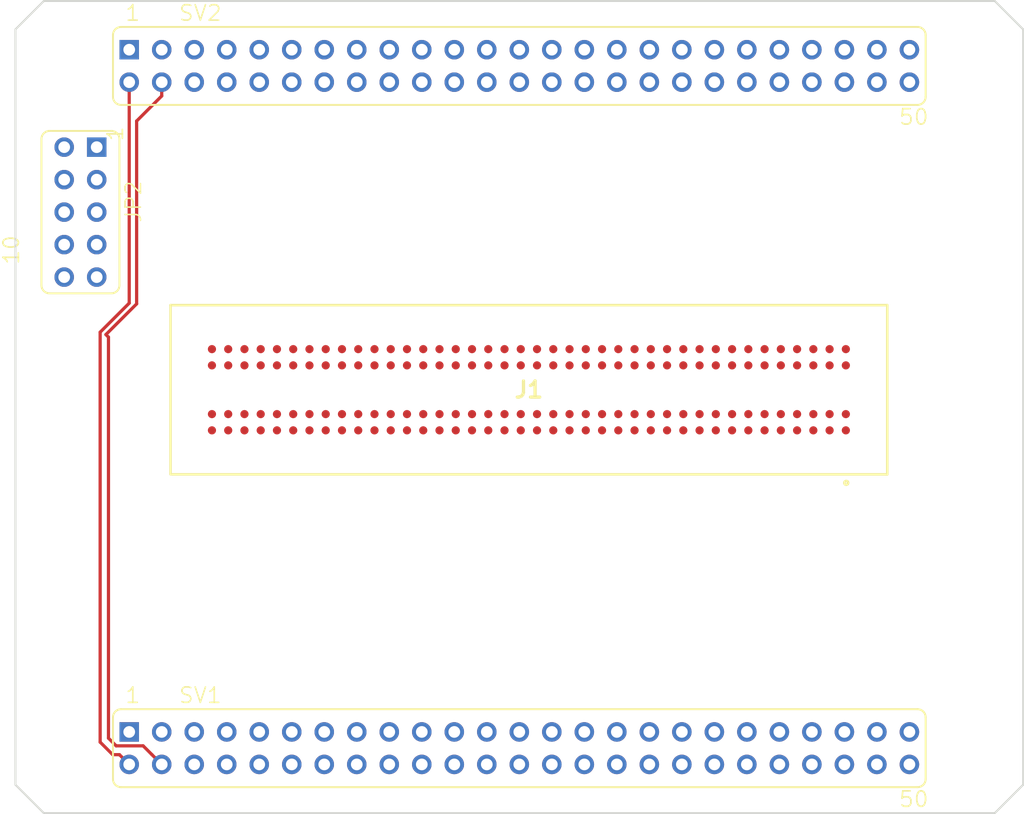
<source format=kicad_pcb>
(kicad_pcb (version 20171130) (host pcbnew "(5.1.2)-1")

  (general
    (thickness 1.6)
    (drawings 125)
    (tracks 16)
    (zones 0)
    (modules 4)
    (nets 264)
  )

  (page A4)
  (layers
    (0 Top signal)
    (1 Ground signal)
    (2 Power signal)
    (31 Bottom signal)
    (32 B.Adhes user)
    (33 F.Adhes user)
    (34 B.Paste user)
    (35 F.Paste user)
    (36 B.SilkS user)
    (37 F.SilkS user)
    (38 B.Mask user)
    (39 F.Mask user)
    (40 Dwgs.User user)
    (41 Cmts.User user)
    (42 Eco1.User user)
    (43 Eco2.User user)
    (44 Edge.Cuts user)
    (45 Margin user)
    (46 B.CrtYd user)
    (47 F.CrtYd user)
    (48 B.Fab user)
    (49 F.Fab user)
  )

  (setup
    (last_trace_width 0.25)
    (trace_clearance 0.2)
    (zone_clearance 0.508)
    (zone_45_only no)
    (trace_min 0.2)
    (via_size 0.8)
    (via_drill 0.4)
    (via_min_size 0.4)
    (via_min_drill 0.3)
    (uvia_size 0.3)
    (uvia_drill 0.1)
    (uvias_allowed no)
    (uvia_min_size 0.2)
    (uvia_min_drill 0.1)
    (edge_width 0.05)
    (segment_width 0.2)
    (pcb_text_width 0.3)
    (pcb_text_size 1.5 1.5)
    (mod_edge_width 0.12)
    (mod_text_size 1 1)
    (mod_text_width 0.15)
    (pad_size 0.64 0.64)
    (pad_drill 0)
    (pad_to_mask_clearance 0.051)
    (solder_mask_min_width 0.25)
    (aux_axis_origin 0 0)
    (visible_elements 7FFFFFFF)
    (pcbplotparams
      (layerselection 0x010fc_ffffffff)
      (usegerberextensions false)
      (usegerberattributes false)
      (usegerberadvancedattributes false)
      (creategerberjobfile false)
      (excludeedgelayer true)
      (linewidth 0.100000)
      (plotframeref false)
      (viasonmask false)
      (mode 1)
      (useauxorigin false)
      (hpglpennumber 1)
      (hpglpenspeed 20)
      (hpglpendiameter 15.000000)
      (psnegative false)
      (psa4output false)
      (plotreference true)
      (plotvalue true)
      (plotinvisibletext false)
      (padsonsilk false)
      (subtractmaskfromsilk false)
      (outputformat 1)
      (mirror false)
      (drillshape 1)
      (scaleselection 1)
      (outputdirectory ""))
  )

  (net 0 "")
  (net 1 +3V3)
  (net 2 GND)
  (net 3 AREF)
  (net 4 +5V)
  (net 5 DONE)
  (net 6 ADC7)
  (net 7 ADC6)
  (net 8 ADC5)
  (net 9 ADC4)
  (net 10 ADC1)
  (net 11 ADC0)
  (net 12 L36N_0)
  (net 13 L36P_0)
  (net 14 L37P_0)
  (net 15 L37N_0)
  (net 16 L62P_0)
  (net 17 L62N_0)
  (net 18 L35N_0)
  (net 19 L63P_0)
  (net 20 L63N_0)
  (net 21 L35P_0)
  (net 22 L34N_0)
  (net 23 L64P_0)
  (net 24 L64N_0)
  (net 25 L65P_0)
  (net 26 L65N_0)
  (net 27 L66P_0)
  (net 28 L66N_0)
  (net 29 L34P_0)
  (net 30 L4N_0)
  (net 31 L4P_0)
  (net 32 L3N_0)
  (net 33 L3P_0)
  (net 34 L2N_0)
  (net 35 L2P_0)
  (net 36 L1N_0)
  (net 37 L1P_0)
  (net 38 L83N_3)
  (net 39 L83P_3)
  (net 40 L52N_3)
  (net 41 L52P_3)
  (net 42 L51N_3)
  (net 43 L51P_3)
  (net 44 L50N_3)
  (net 45 L50P_3)
  (net 46 L49N_3)
  (net 47 L49P_3)
  (net 48 L44N_3)
  (net 49 L44P_3)
  (net 50 L43N_3)
  (net 51 L43P_3)
  (net 52 L42N_3)
  (net 53 L42P_3)
  (net 54 L41N_3)
  (net 55 L41P_3)
  (net 56 L37P_3)
  (net 57 L36N_3)
  (net 58 L2N_3)
  (net 59 L2P_3)
  (net 60 L1N_3)
  (net 61 L1P_3)
  (net 62 L37N_3)
  (net 63 L36P_3)
  (net 64 L65N_2)
  (net 65 L64N_2)
  (net 66 L64P_2)
  (net 67 L31N_2)
  (net 68 L31P_2)
  (net 69 L14N_2)
  (net 70 L14P_2)
  (net 71 L2N_2)
  (net 72 L2P_2)
  (net 73 L1P_1)
  (net 74 L1N_1)
  (net 75 L32P_1)
  (net 76 L32N_1)
  (net 77 L33P_1)
  (net 78 L33N_1)
  (net 79 L34P_1)
  (net 80 L34N_1)
  (net 81 L40P_1)
  (net 82 L40N_1)
  (net 83 L41P_1)
  (net 84 L41N_1)
  (net 85 L42P_1)
  (net 86 L42N_1)
  (net 87 L43P_1)
  (net 88 L43N_1)
  (net 89 L45P_1)
  (net 90 L45N_1)
  (net 91 L46P_1)
  (net 92 L46N_1)
  (net 93 L47P_1)
  (net 94 L47N_1)
  (net 95 L74P_1)
  (net 96 L74N_1)
  (net 97 ADC8)
  (net 98 ADC9)
  (net 99 SUSPEND)
  (net 100 TCK)
  (net 101 TDI)
  (net 102 TDO)
  (net 103 TMS)
  (net 104 "Net-(J1-PadC1)")
  (net 105 "Net-(J1-PadC2)")
  (net 106 "Net-(J1-PadC3)")
  (net 107 "Net-(J1-PadC4)")
  (net 108 "Net-(J1-PadC5)")
  (net 109 "Net-(J1-PadC6)")
  (net 110 "Net-(J1-PadC7)")
  (net 111 "Net-(J1-PadC8)")
  (net 112 "Net-(J1-PadC9)")
  (net 113 "Net-(J1-PadC10)")
  (net 114 "Net-(J1-PadC11)")
  (net 115 "Net-(J1-PadC12)")
  (net 116 "Net-(J1-PadC13)")
  (net 117 "Net-(J1-PadC14)")
  (net 118 "Net-(J1-PadC15)")
  (net 119 "Net-(J1-PadC16)")
  (net 120 "Net-(J1-PadC17)")
  (net 121 "Net-(J1-PadC18)")
  (net 122 "Net-(J1-PadC19)")
  (net 123 "Net-(J1-PadC20)")
  (net 124 "Net-(J1-PadC21)")
  (net 125 "Net-(J1-PadC22)")
  (net 126 "Net-(J1-PadC23)")
  (net 127 "Net-(J1-PadC24)")
  (net 128 "Net-(J1-PadC25)")
  (net 129 "Net-(J1-PadC26)")
  (net 130 "Net-(J1-PadC27)")
  (net 131 "Net-(J1-PadC28)")
  (net 132 "Net-(J1-PadC29)")
  (net 133 "Net-(J1-PadC30)")
  (net 134 "Net-(J1-PadC31)")
  (net 135 "Net-(J1-PadC32)")
  (net 136 "Net-(J1-PadC33)")
  (net 137 "Net-(J1-PadC34)")
  (net 138 "Net-(J1-PadC35)")
  (net 139 "Net-(J1-PadC36)")
  (net 140 "Net-(J1-PadC37)")
  (net 141 "Net-(J1-PadC38)")
  (net 142 "Net-(J1-PadC39)")
  (net 143 "Net-(J1-PadC40)")
  (net 144 "Net-(J1-PadD1)")
  (net 145 "Net-(J1-PadD2)")
  (net 146 "Net-(J1-PadD3)")
  (net 147 "Net-(J1-PadD4)")
  (net 148 "Net-(J1-PadD5)")
  (net 149 "Net-(J1-PadD6)")
  (net 150 "Net-(J1-PadD7)")
  (net 151 "Net-(J1-PadD8)")
  (net 152 "Net-(J1-PadD9)")
  (net 153 "Net-(J1-PadD10)")
  (net 154 "Net-(J1-PadD11)")
  (net 155 "Net-(J1-PadD12)")
  (net 156 "Net-(J1-PadD13)")
  (net 157 "Net-(J1-PadD14)")
  (net 158 "Net-(J1-PadD15)")
  (net 159 "Net-(J1-PadD16)")
  (net 160 "Net-(J1-PadD17)")
  (net 161 "Net-(J1-PadD18)")
  (net 162 "Net-(J1-PadD19)")
  (net 163 "Net-(J1-PadD20)")
  (net 164 "Net-(J1-PadD21)")
  (net 165 "Net-(J1-PadD22)")
  (net 166 "Net-(J1-PadD23)")
  (net 167 "Net-(J1-PadD24)")
  (net 168 "Net-(J1-PadD25)")
  (net 169 "Net-(J1-PadD26)")
  (net 170 "Net-(J1-PadD27)")
  (net 171 "Net-(J1-PadD28)")
  (net 172 "Net-(J1-PadD29)")
  (net 173 "Net-(J1-PadD30)")
  (net 174 "Net-(J1-PadD31)")
  (net 175 "Net-(J1-PadD32)")
  (net 176 "Net-(J1-PadD33)")
  (net 177 "Net-(J1-PadD34)")
  (net 178 "Net-(J1-PadD35)")
  (net 179 "Net-(J1-PadD36)")
  (net 180 "Net-(J1-PadD37)")
  (net 181 "Net-(J1-PadD38)")
  (net 182 "Net-(J1-PadD39)")
  (net 183 "Net-(J1-PadD40)")
  (net 184 "Net-(J1-PadG1)")
  (net 185 "Net-(J1-PadG2)")
  (net 186 "Net-(J1-PadG3)")
  (net 187 "Net-(J1-PadG4)")
  (net 188 "Net-(J1-PadG5)")
  (net 189 "Net-(J1-PadG6)")
  (net 190 "Net-(J1-PadG7)")
  (net 191 "Net-(J1-PadG8)")
  (net 192 "Net-(J1-PadG9)")
  (net 193 "Net-(J1-PadG10)")
  (net 194 "Net-(J1-PadG11)")
  (net 195 "Net-(J1-PadG12)")
  (net 196 "Net-(J1-PadG13)")
  (net 197 "Net-(J1-PadG14)")
  (net 198 "Net-(J1-PadG15)")
  (net 199 "Net-(J1-PadG16)")
  (net 200 "Net-(J1-PadG17)")
  (net 201 "Net-(J1-PadG18)")
  (net 202 "Net-(J1-PadG19)")
  (net 203 "Net-(J1-PadG20)")
  (net 204 "Net-(J1-PadG21)")
  (net 205 "Net-(J1-PadG22)")
  (net 206 "Net-(J1-PadG23)")
  (net 207 "Net-(J1-PadG24)")
  (net 208 "Net-(J1-PadG25)")
  (net 209 "Net-(J1-PadG26)")
  (net 210 "Net-(J1-PadG27)")
  (net 211 "Net-(J1-PadG28)")
  (net 212 "Net-(J1-PadG29)")
  (net 213 "Net-(J1-PadG30)")
  (net 214 "Net-(J1-PadG31)")
  (net 215 "Net-(J1-PadG32)")
  (net 216 "Net-(J1-PadG33)")
  (net 217 "Net-(J1-PadG34)")
  (net 218 "Net-(J1-PadG35)")
  (net 219 "Net-(J1-PadG36)")
  (net 220 "Net-(J1-PadG37)")
  (net 221 "Net-(J1-PadG38)")
  (net 222 "Net-(J1-PadG39)")
  (net 223 "Net-(J1-PadG40)")
  (net 224 "Net-(J1-PadH1)")
  (net 225 "Net-(J1-PadH2)")
  (net 226 "Net-(J1-PadH3)")
  (net 227 "Net-(J1-PadH4)")
  (net 228 "Net-(J1-PadH5)")
  (net 229 "Net-(J1-PadH6)")
  (net 230 "Net-(J1-PadH7)")
  (net 231 "Net-(J1-PadH8)")
  (net 232 "Net-(J1-PadH9)")
  (net 233 "Net-(J1-PadH10)")
  (net 234 "Net-(J1-PadH11)")
  (net 235 "Net-(J1-PadH12)")
  (net 236 "Net-(J1-PadH13)")
  (net 237 "Net-(J1-PadH14)")
  (net 238 "Net-(J1-PadH15)")
  (net 239 "Net-(J1-PadH16)")
  (net 240 "Net-(J1-PadH17)")
  (net 241 "Net-(J1-PadH18)")
  (net 242 "Net-(J1-PadH19)")
  (net 243 "Net-(J1-PadH20)")
  (net 244 "Net-(J1-PadH21)")
  (net 245 "Net-(J1-PadH22)")
  (net 246 "Net-(J1-PadH23)")
  (net 247 "Net-(J1-PadH24)")
  (net 248 "Net-(J1-PadH25)")
  (net 249 "Net-(J1-PadH26)")
  (net 250 "Net-(J1-PadH27)")
  (net 251 "Net-(J1-PadH28)")
  (net 252 "Net-(J1-PadH29)")
  (net 253 "Net-(J1-PadH30)")
  (net 254 "Net-(J1-PadH31)")
  (net 255 "Net-(J1-PadH32)")
  (net 256 "Net-(J1-PadH33)")
  (net 257 "Net-(J1-PadH34)")
  (net 258 "Net-(J1-PadH35)")
  (net 259 "Net-(J1-PadH36)")
  (net 260 "Net-(J1-PadH37)")
  (net 261 "Net-(J1-PadH38)")
  (net 262 "Net-(J1-PadH39)")
  (net 263 "Net-(J1-PadH40)")

  (net_class Default "This is the default net class."
    (clearance 0.2)
    (trace_width 0.25)
    (via_dia 0.8)
    (via_drill 0.4)
    (uvia_dia 0.3)
    (uvia_drill 0.1)
    (add_net +3V3)
    (add_net +5V)
    (add_net ADC0)
    (add_net ADC1)
    (add_net ADC4)
    (add_net ADC5)
    (add_net ADC6)
    (add_net ADC7)
    (add_net ADC8)
    (add_net ADC9)
    (add_net AREF)
    (add_net DONE)
    (add_net GND)
    (add_net L14N_2)
    (add_net L14P_2)
    (add_net L1N_0)
    (add_net L1N_1)
    (add_net L1N_3)
    (add_net L1P_0)
    (add_net L1P_1)
    (add_net L1P_3)
    (add_net L2N_0)
    (add_net L2N_2)
    (add_net L2N_3)
    (add_net L2P_0)
    (add_net L2P_2)
    (add_net L2P_3)
    (add_net L31N_2)
    (add_net L31P_2)
    (add_net L32N_1)
    (add_net L32P_1)
    (add_net L33N_1)
    (add_net L33P_1)
    (add_net L34N_0)
    (add_net L34N_1)
    (add_net L34P_0)
    (add_net L34P_1)
    (add_net L35N_0)
    (add_net L35P_0)
    (add_net L36N_0)
    (add_net L36N_3)
    (add_net L36P_0)
    (add_net L36P_3)
    (add_net L37N_0)
    (add_net L37N_3)
    (add_net L37P_0)
    (add_net L37P_3)
    (add_net L3N_0)
    (add_net L3P_0)
    (add_net L40N_1)
    (add_net L40P_1)
    (add_net L41N_1)
    (add_net L41N_3)
    (add_net L41P_1)
    (add_net L41P_3)
    (add_net L42N_1)
    (add_net L42N_3)
    (add_net L42P_1)
    (add_net L42P_3)
    (add_net L43N_1)
    (add_net L43N_3)
    (add_net L43P_1)
    (add_net L43P_3)
    (add_net L44N_3)
    (add_net L44P_3)
    (add_net L45N_1)
    (add_net L45P_1)
    (add_net L46N_1)
    (add_net L46P_1)
    (add_net L47N_1)
    (add_net L47P_1)
    (add_net L49N_3)
    (add_net L49P_3)
    (add_net L4N_0)
    (add_net L4P_0)
    (add_net L50N_3)
    (add_net L50P_3)
    (add_net L51N_3)
    (add_net L51P_3)
    (add_net L52N_3)
    (add_net L52P_3)
    (add_net L62N_0)
    (add_net L62P_0)
    (add_net L63N_0)
    (add_net L63P_0)
    (add_net L64N_0)
    (add_net L64N_2)
    (add_net L64P_0)
    (add_net L64P_2)
    (add_net L65N_0)
    (add_net L65N_2)
    (add_net L65P_0)
    (add_net L66N_0)
    (add_net L66P_0)
    (add_net L74N_1)
    (add_net L74P_1)
    (add_net L83N_3)
    (add_net L83P_3)
    (add_net "Net-(J1-PadC1)")
    (add_net "Net-(J1-PadC10)")
    (add_net "Net-(J1-PadC11)")
    (add_net "Net-(J1-PadC12)")
    (add_net "Net-(J1-PadC13)")
    (add_net "Net-(J1-PadC14)")
    (add_net "Net-(J1-PadC15)")
    (add_net "Net-(J1-PadC16)")
    (add_net "Net-(J1-PadC17)")
    (add_net "Net-(J1-PadC18)")
    (add_net "Net-(J1-PadC19)")
    (add_net "Net-(J1-PadC2)")
    (add_net "Net-(J1-PadC20)")
    (add_net "Net-(J1-PadC21)")
    (add_net "Net-(J1-PadC22)")
    (add_net "Net-(J1-PadC23)")
    (add_net "Net-(J1-PadC24)")
    (add_net "Net-(J1-PadC25)")
    (add_net "Net-(J1-PadC26)")
    (add_net "Net-(J1-PadC27)")
    (add_net "Net-(J1-PadC28)")
    (add_net "Net-(J1-PadC29)")
    (add_net "Net-(J1-PadC3)")
    (add_net "Net-(J1-PadC30)")
    (add_net "Net-(J1-PadC31)")
    (add_net "Net-(J1-PadC32)")
    (add_net "Net-(J1-PadC33)")
    (add_net "Net-(J1-PadC34)")
    (add_net "Net-(J1-PadC35)")
    (add_net "Net-(J1-PadC36)")
    (add_net "Net-(J1-PadC37)")
    (add_net "Net-(J1-PadC38)")
    (add_net "Net-(J1-PadC39)")
    (add_net "Net-(J1-PadC4)")
    (add_net "Net-(J1-PadC40)")
    (add_net "Net-(J1-PadC5)")
    (add_net "Net-(J1-PadC6)")
    (add_net "Net-(J1-PadC7)")
    (add_net "Net-(J1-PadC8)")
    (add_net "Net-(J1-PadC9)")
    (add_net "Net-(J1-PadD1)")
    (add_net "Net-(J1-PadD10)")
    (add_net "Net-(J1-PadD11)")
    (add_net "Net-(J1-PadD12)")
    (add_net "Net-(J1-PadD13)")
    (add_net "Net-(J1-PadD14)")
    (add_net "Net-(J1-PadD15)")
    (add_net "Net-(J1-PadD16)")
    (add_net "Net-(J1-PadD17)")
    (add_net "Net-(J1-PadD18)")
    (add_net "Net-(J1-PadD19)")
    (add_net "Net-(J1-PadD2)")
    (add_net "Net-(J1-PadD20)")
    (add_net "Net-(J1-PadD21)")
    (add_net "Net-(J1-PadD22)")
    (add_net "Net-(J1-PadD23)")
    (add_net "Net-(J1-PadD24)")
    (add_net "Net-(J1-PadD25)")
    (add_net "Net-(J1-PadD26)")
    (add_net "Net-(J1-PadD27)")
    (add_net "Net-(J1-PadD28)")
    (add_net "Net-(J1-PadD29)")
    (add_net "Net-(J1-PadD3)")
    (add_net "Net-(J1-PadD30)")
    (add_net "Net-(J1-PadD31)")
    (add_net "Net-(J1-PadD32)")
    (add_net "Net-(J1-PadD33)")
    (add_net "Net-(J1-PadD34)")
    (add_net "Net-(J1-PadD35)")
    (add_net "Net-(J1-PadD36)")
    (add_net "Net-(J1-PadD37)")
    (add_net "Net-(J1-PadD38)")
    (add_net "Net-(J1-PadD39)")
    (add_net "Net-(J1-PadD4)")
    (add_net "Net-(J1-PadD40)")
    (add_net "Net-(J1-PadD5)")
    (add_net "Net-(J1-PadD6)")
    (add_net "Net-(J1-PadD7)")
    (add_net "Net-(J1-PadD8)")
    (add_net "Net-(J1-PadD9)")
    (add_net "Net-(J1-PadG1)")
    (add_net "Net-(J1-PadG10)")
    (add_net "Net-(J1-PadG11)")
    (add_net "Net-(J1-PadG12)")
    (add_net "Net-(J1-PadG13)")
    (add_net "Net-(J1-PadG14)")
    (add_net "Net-(J1-PadG15)")
    (add_net "Net-(J1-PadG16)")
    (add_net "Net-(J1-PadG17)")
    (add_net "Net-(J1-PadG18)")
    (add_net "Net-(J1-PadG19)")
    (add_net "Net-(J1-PadG2)")
    (add_net "Net-(J1-PadG20)")
    (add_net "Net-(J1-PadG21)")
    (add_net "Net-(J1-PadG22)")
    (add_net "Net-(J1-PadG23)")
    (add_net "Net-(J1-PadG24)")
    (add_net "Net-(J1-PadG25)")
    (add_net "Net-(J1-PadG26)")
    (add_net "Net-(J1-PadG27)")
    (add_net "Net-(J1-PadG28)")
    (add_net "Net-(J1-PadG29)")
    (add_net "Net-(J1-PadG3)")
    (add_net "Net-(J1-PadG30)")
    (add_net "Net-(J1-PadG31)")
    (add_net "Net-(J1-PadG32)")
    (add_net "Net-(J1-PadG33)")
    (add_net "Net-(J1-PadG34)")
    (add_net "Net-(J1-PadG35)")
    (add_net "Net-(J1-PadG36)")
    (add_net "Net-(J1-PadG37)")
    (add_net "Net-(J1-PadG38)")
    (add_net "Net-(J1-PadG39)")
    (add_net "Net-(J1-PadG4)")
    (add_net "Net-(J1-PadG40)")
    (add_net "Net-(J1-PadG5)")
    (add_net "Net-(J1-PadG6)")
    (add_net "Net-(J1-PadG7)")
    (add_net "Net-(J1-PadG8)")
    (add_net "Net-(J1-PadG9)")
    (add_net "Net-(J1-PadH1)")
    (add_net "Net-(J1-PadH10)")
    (add_net "Net-(J1-PadH11)")
    (add_net "Net-(J1-PadH12)")
    (add_net "Net-(J1-PadH13)")
    (add_net "Net-(J1-PadH14)")
    (add_net "Net-(J1-PadH15)")
    (add_net "Net-(J1-PadH16)")
    (add_net "Net-(J1-PadH17)")
    (add_net "Net-(J1-PadH18)")
    (add_net "Net-(J1-PadH19)")
    (add_net "Net-(J1-PadH2)")
    (add_net "Net-(J1-PadH20)")
    (add_net "Net-(J1-PadH21)")
    (add_net "Net-(J1-PadH22)")
    (add_net "Net-(J1-PadH23)")
    (add_net "Net-(J1-PadH24)")
    (add_net "Net-(J1-PadH25)")
    (add_net "Net-(J1-PadH26)")
    (add_net "Net-(J1-PadH27)")
    (add_net "Net-(J1-PadH28)")
    (add_net "Net-(J1-PadH29)")
    (add_net "Net-(J1-PadH3)")
    (add_net "Net-(J1-PadH30)")
    (add_net "Net-(J1-PadH31)")
    (add_net "Net-(J1-PadH32)")
    (add_net "Net-(J1-PadH33)")
    (add_net "Net-(J1-PadH34)")
    (add_net "Net-(J1-PadH35)")
    (add_net "Net-(J1-PadH36)")
    (add_net "Net-(J1-PadH37)")
    (add_net "Net-(J1-PadH38)")
    (add_net "Net-(J1-PadH39)")
    (add_net "Net-(J1-PadH4)")
    (add_net "Net-(J1-PadH40)")
    (add_net "Net-(J1-PadH5)")
    (add_net "Net-(J1-PadH6)")
    (add_net "Net-(J1-PadH7)")
    (add_net "Net-(J1-PadH8)")
    (add_net "Net-(J1-PadH9)")
    (add_net SUSPEND)
    (add_net TCK)
    (add_net TDI)
    (add_net TDO)
    (add_net TMS)
  )

  (module v3:FE05-2 (layer Top) (tedit 0) (tstamp 5DAC78AD)
    (at 114.2111 89.7636 270)
    (descr "<b>FEMALE HEADER</b>")
    (path /5DAC9738/BAFA783C)
    (fp_text reference JP2 (at -2.54 -3.429 90) (layer F.SilkS)
      (effects (font (size 1.2065 1.2065) (thickness 0.12065)) (justify right top))
    )
    (fp_text value FE05-2 (at -6.35 4.699 90) (layer F.Fab)
      (effects (font (size 1.2065 1.2065) (thickness 0.12065)) (justify right top))
    )
    (fp_text user 10 (at 4.191 4.699 270) (layer F.SilkS)
      (effects (font (size 1.2065 1.2065) (thickness 0.127)) (justify left bottom))
    )
    (fp_text user 1 (at -5.461 -3.429 270) (layer F.SilkS)
      (effects (font (size 1.2065 1.2065) (thickness 0.127)) (justify left bottom))
    )
    (fp_circle (center 5.08 1.27) (end 5.969 1.27) (layer F.Fab) (width 0.1524))
    (fp_circle (center 2.54 1.27) (end 3.429 1.27) (layer F.Fab) (width 0.1524))
    (fp_circle (center 0 1.27) (end 0.889 1.27) (layer F.Fab) (width 0.1524))
    (fp_circle (center -2.54 1.27) (end -1.651 1.27) (layer F.Fab) (width 0.1524))
    (fp_circle (center 5.08 -1.27) (end 5.969 -1.27) (layer F.Fab) (width 0.1524))
    (fp_circle (center 2.54 -1.27) (end 3.429 -1.27) (layer F.Fab) (width 0.1524))
    (fp_circle (center 0 -1.27) (end 0.889 -1.27) (layer F.Fab) (width 0.1524))
    (fp_circle (center -2.54 -1.27) (end -1.651 -1.27) (layer F.Fab) (width 0.1524))
    (fp_circle (center -5.08 -1.27) (end -4.191 -1.27) (layer F.Fab) (width 0.1524))
    (fp_circle (center -5.08 1.27) (end -4.191 1.27) (layer F.Fab) (width 0.1524))
    (fp_circle (center 5.08 -1.27) (end 5.207 -1.27) (layer F.Fab) (width 0.4064))
    (fp_circle (center 5.08 1.27) (end 5.207 1.27) (layer F.Fab) (width 0.4064))
    (fp_circle (center 2.54 -1.27) (end 2.667 -1.27) (layer F.Fab) (width 0.4064))
    (fp_circle (center 2.54 1.27) (end 2.667 1.27) (layer F.Fab) (width 0.4064))
    (fp_circle (center 0 -1.27) (end 0.127 -1.27) (layer F.Fab) (width 0.4064))
    (fp_circle (center 0 1.27) (end 0.127 1.27) (layer F.Fab) (width 0.4064))
    (fp_circle (center -2.54 -1.27) (end -2.413 -1.27) (layer F.Fab) (width 0.4064))
    (fp_circle (center -2.54 1.27) (end -2.413 1.27) (layer F.Fab) (width 0.4064))
    (fp_circle (center -5.08 -1.27) (end -4.953 -1.27) (layer F.Fab) (width 0.4064))
    (fp_circle (center -5.08 1.27) (end -4.953 1.27) (layer F.Fab) (width 0.4064))
    (fp_arc (start -5.715 2.413) (end -6.35 2.413) (angle -90) (layer F.SilkS) (width 0.1524))
    (fp_arc (start 5.715 2.413) (end 5.715 3.048) (angle -90) (layer F.SilkS) (width 0.1524))
    (fp_arc (start 5.715 -2.413) (end 5.715 -3.048) (angle 90) (layer F.SilkS) (width 0.1524))
    (fp_arc (start -5.715 -2.413) (end -6.35 -2.413) (angle 90) (layer F.SilkS) (width 0.1524))
    (fp_line (start -5.715 3.048) (end 5.715 3.048) (layer F.SilkS) (width 0.1524))
    (fp_line (start -6.35 2.413) (end -6.35 -2.413) (layer F.SilkS) (width 0.1524))
    (fp_line (start 6.35 2.413) (end 6.35 -2.413) (layer F.SilkS) (width 0.1524))
    (fp_line (start -5.715 -3.048) (end 5.715 -3.048) (layer F.SilkS) (width 0.1524))
    (pad 10 thru_hole circle (at 5.08 1.27 270) (size 1.524 1.524) (drill 0.9144) (layers *.Cu *.Mask)
      (net 10 ADC1) (solder_mask_margin 0.1016))
    (pad 9 thru_hole circle (at 5.08 -1.27 270) (size 1.524 1.524) (drill 0.9144) (layers *.Cu *.Mask)
      (net 11 ADC0) (solder_mask_margin 0.1016))
    (pad 8 thru_hole circle (at 2.54 1.27 270) (size 1.524 1.524) (drill 0.9144) (layers *.Cu *.Mask)
      (net 8 ADC5) (solder_mask_margin 0.1016))
    (pad 7 thru_hole circle (at 2.54 -1.27 270) (size 1.524 1.524) (drill 0.9144) (layers *.Cu *.Mask)
      (net 9 ADC4) (solder_mask_margin 0.1016))
    (pad 6 thru_hole circle (at 0 1.27 270) (size 1.524 1.524) (drill 0.9144) (layers *.Cu *.Mask)
      (net 6 ADC7) (solder_mask_margin 0.1016))
    (pad 5 thru_hole circle (at 0 -1.27 270) (size 1.524 1.524) (drill 0.9144) (layers *.Cu *.Mask)
      (net 7 ADC6) (solder_mask_margin 0.1016))
    (pad 4 thru_hole circle (at -2.54 1.27 270) (size 1.524 1.524) (drill 0.9144) (layers *.Cu *.Mask)
      (net 98 ADC9) (solder_mask_margin 0.1016))
    (pad 3 thru_hole circle (at -2.54 -1.27 270) (size 1.524 1.524) (drill 0.9144) (layers *.Cu *.Mask)
      (net 97 ADC8) (solder_mask_margin 0.1016))
    (pad 2 thru_hole circle (at -5.08 1.27 270) (size 1.524 1.524) (drill 0.9144) (layers *.Cu *.Mask)
      (net 3 AREF) (solder_mask_margin 0.1016))
    (pad 1 thru_hole rect (at -5.08 -1.27 270) (size 1.524 1.524) (drill 0.9144) (layers *.Cu *.Mask)
      (net 2 GND) (solder_mask_margin 0.1016))
  )

  (module v3:FE25-2 (layer Top) (tedit 0) (tstamp 5DAC7981)
    (at 148.5011 78.3336)
    (descr "<b>FEMALE HEADER</b>")
    (path /5DAC9738/3E7D897A)
    (fp_text reference SV2 (at -26.67 -3.429) (layer F.SilkS)
      (effects (font (size 1.2065 1.2065) (thickness 0.12065)) (justify left bottom))
    )
    (fp_text value FE25-2 (at -31.75 4.699) (layer F.Fab)
      (effects (font (size 1.2065 1.2065) (thickness 0.12065)) (justify left bottom))
    )
    (fp_text user 50 (at 29.591 4.699) (layer F.SilkS)
      (effects (font (size 1.2065 1.2065) (thickness 0.127)) (justify left bottom))
    )
    (fp_text user 1 (at -30.861 -3.429) (layer F.SilkS)
      (effects (font (size 1.2065 1.2065) (thickness 0.127)) (justify left bottom))
    )
    (fp_circle (center 30.48 1.27) (end 31.369 1.27) (layer F.Fab) (width 0.1524))
    (fp_circle (center 27.94 1.27) (end 28.829 1.27) (layer F.Fab) (width 0.1524))
    (fp_circle (center 25.4 1.27) (end 26.289 1.27) (layer F.Fab) (width 0.1524))
    (fp_circle (center 22.86 1.27) (end 23.749 1.27) (layer F.Fab) (width 0.1524))
    (fp_circle (center 30.48 -1.27) (end 31.369 -1.27) (layer F.Fab) (width 0.1524))
    (fp_circle (center 27.94 -1.27) (end 28.829 -1.27) (layer F.Fab) (width 0.1524))
    (fp_circle (center 25.4 -1.27) (end 26.289 -1.27) (layer F.Fab) (width 0.1524))
    (fp_circle (center 22.86 -1.27) (end 23.749 -1.27) (layer F.Fab) (width 0.1524))
    (fp_circle (center 20.32 -1.27) (end 21.209 -1.27) (layer F.Fab) (width 0.1524))
    (fp_circle (center 20.32 1.27) (end 21.209 1.27) (layer F.Fab) (width 0.1524))
    (fp_circle (center 30.48 -1.27) (end 30.607 -1.27) (layer F.Fab) (width 0.4064))
    (fp_circle (center 30.48 1.27) (end 30.607 1.27) (layer F.Fab) (width 0.4064))
    (fp_circle (center 27.94 -1.27) (end 28.067 -1.27) (layer F.Fab) (width 0.4064))
    (fp_circle (center 27.94 1.27) (end 28.067 1.27) (layer F.Fab) (width 0.4064))
    (fp_circle (center 25.4 -1.27) (end 25.527 -1.27) (layer F.Fab) (width 0.4064))
    (fp_circle (center 25.4 1.27) (end 25.527 1.27) (layer F.Fab) (width 0.4064))
    (fp_circle (center 22.86 -1.27) (end 22.987 -1.27) (layer F.Fab) (width 0.4064))
    (fp_circle (center 22.86 1.27) (end 22.987 1.27) (layer F.Fab) (width 0.4064))
    (fp_circle (center 20.32 -1.27) (end 20.447 -1.27) (layer F.Fab) (width 0.4064))
    (fp_circle (center 20.32 1.27) (end 20.447 1.27) (layer F.Fab) (width 0.4064))
    (fp_circle (center 17.78 1.27) (end 18.669 1.27) (layer F.Fab) (width 0.1524))
    (fp_circle (center 15.24 1.27) (end 16.129 1.27) (layer F.Fab) (width 0.1524))
    (fp_circle (center 12.7 1.27) (end 13.589 1.27) (layer F.Fab) (width 0.1524))
    (fp_circle (center 10.16 1.27) (end 11.049 1.27) (layer F.Fab) (width 0.1524))
    (fp_circle (center 17.78 -1.27) (end 18.669 -1.27) (layer F.Fab) (width 0.1524))
    (fp_circle (center 15.24 -1.27) (end 16.129 -1.27) (layer F.Fab) (width 0.1524))
    (fp_circle (center 12.7 -1.27) (end 13.589 -1.27) (layer F.Fab) (width 0.1524))
    (fp_circle (center 10.16 -1.27) (end 11.049 -1.27) (layer F.Fab) (width 0.1524))
    (fp_circle (center 7.62 -1.27) (end 8.509 -1.27) (layer F.Fab) (width 0.1524))
    (fp_circle (center 7.62 1.27) (end 8.509 1.27) (layer F.Fab) (width 0.1524))
    (fp_circle (center 17.78 -1.27) (end 17.907 -1.27) (layer F.Fab) (width 0.4064))
    (fp_circle (center 17.78 1.27) (end 17.907 1.27) (layer F.Fab) (width 0.4064))
    (fp_circle (center 15.24 -1.27) (end 15.367 -1.27) (layer F.Fab) (width 0.4064))
    (fp_circle (center 15.24 1.27) (end 15.367 1.27) (layer F.Fab) (width 0.4064))
    (fp_circle (center 12.7 -1.27) (end 12.827 -1.27) (layer F.Fab) (width 0.4064))
    (fp_circle (center 12.7 1.27) (end 12.827 1.27) (layer F.Fab) (width 0.4064))
    (fp_circle (center 10.16 -1.27) (end 10.287 -1.27) (layer F.Fab) (width 0.4064))
    (fp_circle (center 10.16 1.27) (end 10.287 1.27) (layer F.Fab) (width 0.4064))
    (fp_circle (center 7.62 -1.27) (end 7.747 -1.27) (layer F.Fab) (width 0.4064))
    (fp_circle (center 7.62 1.27) (end 7.747 1.27) (layer F.Fab) (width 0.4064))
    (fp_circle (center 5.08 1.27) (end 5.969 1.27) (layer F.Fab) (width 0.1524))
    (fp_circle (center 2.54 1.27) (end 3.429 1.27) (layer F.Fab) (width 0.1524))
    (fp_circle (center 0 1.27) (end 0.889 1.27) (layer F.Fab) (width 0.1524))
    (fp_circle (center -2.54 1.27) (end -1.651 1.27) (layer F.Fab) (width 0.1524))
    (fp_circle (center 5.08 -1.27) (end 5.969 -1.27) (layer F.Fab) (width 0.1524))
    (fp_circle (center 2.54 -1.27) (end 3.429 -1.27) (layer F.Fab) (width 0.1524))
    (fp_circle (center 0 -1.27) (end 0.889 -1.27) (layer F.Fab) (width 0.1524))
    (fp_circle (center -2.54 -1.27) (end -1.651 -1.27) (layer F.Fab) (width 0.1524))
    (fp_circle (center -5.08 -1.27) (end -4.191 -1.27) (layer F.Fab) (width 0.1524))
    (fp_circle (center -5.08 1.27) (end -4.191 1.27) (layer F.Fab) (width 0.1524))
    (fp_circle (center 5.08 -1.27) (end 5.207 -1.27) (layer F.Fab) (width 0.4064))
    (fp_circle (center 5.08 1.27) (end 5.207 1.27) (layer F.Fab) (width 0.4064))
    (fp_circle (center 2.54 -1.27) (end 2.667 -1.27) (layer F.Fab) (width 0.4064))
    (fp_circle (center 2.54 1.27) (end 2.667 1.27) (layer F.Fab) (width 0.4064))
    (fp_circle (center 0 -1.27) (end 0.127 -1.27) (layer F.Fab) (width 0.4064))
    (fp_circle (center 0 1.27) (end 0.127 1.27) (layer F.Fab) (width 0.4064))
    (fp_circle (center -2.54 -1.27) (end -2.413 -1.27) (layer F.Fab) (width 0.4064))
    (fp_circle (center -2.54 1.27) (end -2.413 1.27) (layer F.Fab) (width 0.4064))
    (fp_circle (center -5.08 -1.27) (end -4.953 -1.27) (layer F.Fab) (width 0.4064))
    (fp_circle (center -5.08 1.27) (end -4.953 1.27) (layer F.Fab) (width 0.4064))
    (fp_circle (center -7.62 1.27) (end -6.731 1.27) (layer F.Fab) (width 0.1524))
    (fp_circle (center -10.16 1.27) (end -9.271 1.27) (layer F.Fab) (width 0.1524))
    (fp_circle (center -12.7 1.27) (end -11.811 1.27) (layer F.Fab) (width 0.1524))
    (fp_circle (center -15.24 1.27) (end -14.351 1.27) (layer F.Fab) (width 0.1524))
    (fp_circle (center -7.62 -1.27) (end -6.731 -1.27) (layer F.Fab) (width 0.1524))
    (fp_circle (center -10.16 -1.27) (end -9.271 -1.27) (layer F.Fab) (width 0.1524))
    (fp_circle (center -12.7 -1.27) (end -11.811 -1.27) (layer F.Fab) (width 0.1524))
    (fp_circle (center -15.24 -1.27) (end -14.351 -1.27) (layer F.Fab) (width 0.1524))
    (fp_circle (center -17.78 -1.27) (end -16.891 -1.27) (layer F.Fab) (width 0.1524))
    (fp_circle (center -17.78 1.27) (end -16.891 1.27) (layer F.Fab) (width 0.1524))
    (fp_circle (center -7.62 -1.27) (end -7.493 -1.27) (layer F.Fab) (width 0.4064))
    (fp_circle (center -7.62 1.27) (end -7.493 1.27) (layer F.Fab) (width 0.4064))
    (fp_circle (center -10.16 -1.27) (end -10.033 -1.27) (layer F.Fab) (width 0.4064))
    (fp_circle (center -10.16 1.27) (end -10.033 1.27) (layer F.Fab) (width 0.4064))
    (fp_circle (center -12.7 -1.27) (end -12.573 -1.27) (layer F.Fab) (width 0.4064))
    (fp_circle (center -12.7 1.27) (end -12.573 1.27) (layer F.Fab) (width 0.4064))
    (fp_circle (center -15.24 -1.27) (end -15.113 -1.27) (layer F.Fab) (width 0.4064))
    (fp_circle (center -15.24 1.27) (end -15.113 1.27) (layer F.Fab) (width 0.4064))
    (fp_circle (center -17.78 -1.27) (end -17.653 -1.27) (layer F.Fab) (width 0.4064))
    (fp_circle (center -17.78 1.27) (end -17.653 1.27) (layer F.Fab) (width 0.4064))
    (fp_circle (center -20.32 1.27) (end -19.431 1.27) (layer F.Fab) (width 0.1524))
    (fp_circle (center -22.86 1.27) (end -21.971 1.27) (layer F.Fab) (width 0.1524))
    (fp_circle (center -25.4 1.27) (end -24.511 1.27) (layer F.Fab) (width 0.1524))
    (fp_circle (center -27.94 1.27) (end -27.051 1.27) (layer F.Fab) (width 0.1524))
    (fp_circle (center -20.32 -1.27) (end -19.431 -1.27) (layer F.Fab) (width 0.1524))
    (fp_circle (center -22.86 -1.27) (end -21.971 -1.27) (layer F.Fab) (width 0.1524))
    (fp_circle (center -25.4 -1.27) (end -24.511 -1.27) (layer F.Fab) (width 0.1524))
    (fp_circle (center -27.94 -1.27) (end -27.051 -1.27) (layer F.Fab) (width 0.1524))
    (fp_circle (center -30.48 -1.27) (end -29.591 -1.27) (layer F.Fab) (width 0.1524))
    (fp_circle (center -30.48 1.27) (end -29.591 1.27) (layer F.Fab) (width 0.1524))
    (fp_circle (center -20.32 -1.27) (end -20.193 -1.27) (layer F.Fab) (width 0.4064))
    (fp_circle (center -20.32 1.27) (end -20.193 1.27) (layer F.Fab) (width 0.4064))
    (fp_circle (center -22.86 -1.27) (end -22.733 -1.27) (layer F.Fab) (width 0.4064))
    (fp_circle (center -22.86 1.27) (end -22.733 1.27) (layer F.Fab) (width 0.4064))
    (fp_circle (center -25.4 -1.27) (end -25.273 -1.27) (layer F.Fab) (width 0.4064))
    (fp_circle (center -25.4 1.27) (end -25.273 1.27) (layer F.Fab) (width 0.4064))
    (fp_circle (center -27.94 -1.27) (end -27.813 -1.27) (layer F.Fab) (width 0.4064))
    (fp_circle (center -27.94 1.27) (end -27.813 1.27) (layer F.Fab) (width 0.4064))
    (fp_circle (center -30.48 -1.27) (end -30.353 -1.27) (layer F.Fab) (width 0.4064))
    (fp_circle (center -30.48 1.27) (end -30.353 1.27) (layer F.Fab) (width 0.4064))
    (fp_arc (start 31.115 2.413) (end 31.115 3.048) (angle -90) (layer F.SilkS) (width 0.1524))
    (fp_arc (start 31.115 -2.413) (end 31.115 -3.048) (angle 90) (layer F.SilkS) (width 0.1524))
    (fp_line (start -31.115 3.048) (end 31.115 3.048) (layer F.SilkS) (width 0.1524))
    (fp_line (start 31.75 2.413) (end 31.75 -2.413) (layer F.SilkS) (width 0.1524))
    (fp_line (start -31.115 -3.048) (end 31.115 -3.048) (layer F.SilkS) (width 0.1524))
    (fp_arc (start -31.115 2.413) (end -31.75 2.413) (angle -90) (layer F.SilkS) (width 0.1524))
    (fp_arc (start -31.115 -2.413) (end -31.75 -2.413) (angle 90) (layer F.SilkS) (width 0.1524))
    (fp_line (start -31.75 2.413) (end -31.75 -2.413) (layer F.SilkS) (width 0.1524))
    (pad 50 thru_hole circle (at 30.48 1.27) (size 1.524 1.524) (drill 0.9144) (layers *.Cu *.Mask)
      (net 15 L37N_0) (solder_mask_margin 0.1016))
    (pad 49 thru_hole circle (at 30.48 -1.27) (size 1.524 1.524) (drill 0.9144) (layers *.Cu *.Mask)
      (net 14 L37P_0) (solder_mask_margin 0.1016))
    (pad 48 thru_hole circle (at 27.94 1.27) (size 1.524 1.524) (drill 0.9144) (layers *.Cu *.Mask)
      (net 12 L36N_0) (solder_mask_margin 0.1016))
    (pad 47 thru_hole circle (at 27.94 -1.27) (size 1.524 1.524) (drill 0.9144) (layers *.Cu *.Mask)
      (net 13 L36P_0) (solder_mask_margin 0.1016))
    (pad 46 thru_hole circle (at 25.4 1.27) (size 1.524 1.524) (drill 0.9144) (layers *.Cu *.Mask)
      (net 18 L35N_0) (solder_mask_margin 0.1016))
    (pad 45 thru_hole circle (at 25.4 -1.27) (size 1.524 1.524) (drill 0.9144) (layers *.Cu *.Mask)
      (net 21 L35P_0) (solder_mask_margin 0.1016))
    (pad 44 thru_hole circle (at 22.86 1.27) (size 1.524 1.524) (drill 0.9144) (layers *.Cu *.Mask)
      (net 22 L34N_0) (solder_mask_margin 0.1016))
    (pad 43 thru_hole circle (at 22.86 -1.27) (size 1.524 1.524) (drill 0.9144) (layers *.Cu *.Mask)
      (net 29 L34P_0) (solder_mask_margin 0.1016))
    (pad 42 thru_hole circle (at 20.32 1.27) (size 1.524 1.524) (drill 0.9144) (layers *.Cu *.Mask)
      (net 30 L4N_0) (solder_mask_margin 0.1016))
    (pad 41 thru_hole circle (at 20.32 -1.27) (size 1.524 1.524) (drill 0.9144) (layers *.Cu *.Mask)
      (net 31 L4P_0) (solder_mask_margin 0.1016))
    (pad 40 thru_hole circle (at 17.78 1.27) (size 1.524 1.524) (drill 0.9144) (layers *.Cu *.Mask)
      (net 32 L3N_0) (solder_mask_margin 0.1016))
    (pad 39 thru_hole circle (at 17.78 -1.27) (size 1.524 1.524) (drill 0.9144) (layers *.Cu *.Mask)
      (net 33 L3P_0) (solder_mask_margin 0.1016))
    (pad 38 thru_hole circle (at 15.24 1.27) (size 1.524 1.524) (drill 0.9144) (layers *.Cu *.Mask)
      (net 34 L2N_0) (solder_mask_margin 0.1016))
    (pad 37 thru_hole circle (at 15.24 -1.27) (size 1.524 1.524) (drill 0.9144) (layers *.Cu *.Mask)
      (net 35 L2P_0) (solder_mask_margin 0.1016))
    (pad 36 thru_hole circle (at 12.7 1.27) (size 1.524 1.524) (drill 0.9144) (layers *.Cu *.Mask)
      (net 36 L1N_0) (solder_mask_margin 0.1016))
    (pad 35 thru_hole circle (at 12.7 -1.27) (size 1.524 1.524) (drill 0.9144) (layers *.Cu *.Mask)
      (net 37 L1P_0) (solder_mask_margin 0.1016))
    (pad 34 thru_hole circle (at 10.16 1.27) (size 1.524 1.524) (drill 0.9144) (layers *.Cu *.Mask)
      (net 38 L83N_3) (solder_mask_margin 0.1016))
    (pad 33 thru_hole circle (at 10.16 -1.27) (size 1.524 1.524) (drill 0.9144) (layers *.Cu *.Mask)
      (net 39 L83P_3) (solder_mask_margin 0.1016))
    (pad 32 thru_hole circle (at 7.62 1.27) (size 1.524 1.524) (drill 0.9144) (layers *.Cu *.Mask)
      (net 40 L52N_3) (solder_mask_margin 0.1016))
    (pad 31 thru_hole circle (at 7.62 -1.27) (size 1.524 1.524) (drill 0.9144) (layers *.Cu *.Mask)
      (net 41 L52P_3) (solder_mask_margin 0.1016))
    (pad 30 thru_hole circle (at 5.08 1.27) (size 1.524 1.524) (drill 0.9144) (layers *.Cu *.Mask)
      (net 42 L51N_3) (solder_mask_margin 0.1016))
    (pad 29 thru_hole circle (at 5.08 -1.27) (size 1.524 1.524) (drill 0.9144) (layers *.Cu *.Mask)
      (net 43 L51P_3) (solder_mask_margin 0.1016))
    (pad 28 thru_hole circle (at 2.54 1.27) (size 1.524 1.524) (drill 0.9144) (layers *.Cu *.Mask)
      (net 44 L50N_3) (solder_mask_margin 0.1016))
    (pad 27 thru_hole circle (at 2.54 -1.27) (size 1.524 1.524) (drill 0.9144) (layers *.Cu *.Mask)
      (net 45 L50P_3) (solder_mask_margin 0.1016))
    (pad 26 thru_hole circle (at 0 1.27) (size 1.524 1.524) (drill 0.9144) (layers *.Cu *.Mask)
      (net 46 L49N_3) (solder_mask_margin 0.1016))
    (pad 25 thru_hole circle (at 0 -1.27) (size 1.524 1.524) (drill 0.9144) (layers *.Cu *.Mask)
      (net 47 L49P_3) (solder_mask_margin 0.1016))
    (pad 24 thru_hole circle (at -2.54 1.27) (size 1.524 1.524) (drill 0.9144) (layers *.Cu *.Mask)
      (net 48 L44N_3) (solder_mask_margin 0.1016))
    (pad 23 thru_hole circle (at -2.54 -1.27) (size 1.524 1.524) (drill 0.9144) (layers *.Cu *.Mask)
      (net 49 L44P_3) (solder_mask_margin 0.1016))
    (pad 22 thru_hole circle (at -5.08 1.27) (size 1.524 1.524) (drill 0.9144) (layers *.Cu *.Mask)
      (net 50 L43N_3) (solder_mask_margin 0.1016))
    (pad 21 thru_hole circle (at -5.08 -1.27) (size 1.524 1.524) (drill 0.9144) (layers *.Cu *.Mask)
      (net 51 L43P_3) (solder_mask_margin 0.1016))
    (pad 20 thru_hole circle (at -7.62 1.27) (size 1.524 1.524) (drill 0.9144) (layers *.Cu *.Mask)
      (net 52 L42N_3) (solder_mask_margin 0.1016))
    (pad 19 thru_hole circle (at -7.62 -1.27) (size 1.524 1.524) (drill 0.9144) (layers *.Cu *.Mask)
      (net 53 L42P_3) (solder_mask_margin 0.1016))
    (pad 18 thru_hole circle (at -10.16 1.27) (size 1.524 1.524) (drill 0.9144) (layers *.Cu *.Mask)
      (net 54 L41N_3) (solder_mask_margin 0.1016))
    (pad 17 thru_hole circle (at -10.16 -1.27) (size 1.524 1.524) (drill 0.9144) (layers *.Cu *.Mask)
      (net 55 L41P_3) (solder_mask_margin 0.1016))
    (pad 16 thru_hole circle (at -12.7 1.27) (size 1.524 1.524) (drill 0.9144) (layers *.Cu *.Mask)
      (net 62 L37N_3) (solder_mask_margin 0.1016))
    (pad 15 thru_hole circle (at -12.7 -1.27) (size 1.524 1.524) (drill 0.9144) (layers *.Cu *.Mask)
      (net 56 L37P_3) (solder_mask_margin 0.1016))
    (pad 14 thru_hole circle (at -15.24 1.27) (size 1.524 1.524) (drill 0.9144) (layers *.Cu *.Mask)
      (net 57 L36N_3) (solder_mask_margin 0.1016))
    (pad 13 thru_hole circle (at -15.24 -1.27) (size 1.524 1.524) (drill 0.9144) (layers *.Cu *.Mask)
      (net 63 L36P_3) (solder_mask_margin 0.1016))
    (pad 12 thru_hole circle (at -17.78 1.27) (size 1.524 1.524) (drill 0.9144) (layers *.Cu *.Mask)
      (net 58 L2N_3) (solder_mask_margin 0.1016))
    (pad 11 thru_hole circle (at -17.78 -1.27) (size 1.524 1.524) (drill 0.9144) (layers *.Cu *.Mask)
      (net 59 L2P_3) (solder_mask_margin 0.1016))
    (pad 10 thru_hole circle (at -20.32 1.27) (size 1.524 1.524) (drill 0.9144) (layers *.Cu *.Mask)
      (net 60 L1N_3) (solder_mask_margin 0.1016))
    (pad 9 thru_hole circle (at -20.32 -1.27) (size 1.524 1.524) (drill 0.9144) (layers *.Cu *.Mask)
      (net 61 L1P_3) (solder_mask_margin 0.1016))
    (pad 8 thru_hole circle (at -22.86 1.27) (size 1.524 1.524) (drill 0.9144) (layers *.Cu *.Mask)
      (net 65 L64N_2) (solder_mask_margin 0.1016))
    (pad 7 thru_hole circle (at -22.86 -1.27) (size 1.524 1.524) (drill 0.9144) (layers *.Cu *.Mask)
      (net 66 L64P_2) (solder_mask_margin 0.1016))
    (pad 6 thru_hole circle (at -25.4 1.27) (size 1.524 1.524) (drill 0.9144) (layers *.Cu *.Mask)
      (net 67 L31N_2) (solder_mask_margin 0.1016))
    (pad 5 thru_hole circle (at -25.4 -1.27) (size 1.524 1.524) (drill 0.9144) (layers *.Cu *.Mask)
      (net 68 L31P_2) (solder_mask_margin 0.1016))
    (pad 4 thru_hole circle (at -27.94 1.27) (size 1.524 1.524) (drill 0.9144) (layers *.Cu *.Mask)
      (net 1 +3V3) (solder_mask_margin 0.1016))
    (pad 3 thru_hole circle (at -27.94 -1.27) (size 1.524 1.524) (drill 0.9144) (layers *.Cu *.Mask)
      (net 2 GND) (solder_mask_margin 0.1016))
    (pad 2 thru_hole circle (at -30.48 1.27) (size 1.524 1.524) (drill 0.9144) (layers *.Cu *.Mask)
      (net 4 +5V) (solder_mask_margin 0.1016))
    (pad 1 thru_hole rect (at -30.48 -1.27) (size 1.524 1.524) (drill 0.9144) (layers *.Cu *.Mask)
      (net 2 GND) (solder_mask_margin 0.1016))
  )

  (module v3:FE25-2 (layer Top) (tedit 0) (tstamp 5DAC7A24)
    (at 148.5011 131.6736)
    (descr "<b>FEMALE HEADER</b>")
    (path /5DAC9738/1FCB83CC)
    (fp_text reference SV1 (at -26.67 -3.429) (layer F.SilkS)
      (effects (font (size 1.2065 1.2065) (thickness 0.12065)) (justify left bottom))
    )
    (fp_text value FE25-2 (at -31.75 4.699) (layer F.Fab)
      (effects (font (size 1.2065 1.2065) (thickness 0.12065)) (justify left bottom))
    )
    (fp_text user 50 (at 29.591 4.699) (layer F.SilkS)
      (effects (font (size 1.2065 1.2065) (thickness 0.127)) (justify left bottom))
    )
    (fp_text user 1 (at -30.861 -3.429) (layer F.SilkS)
      (effects (font (size 1.2065 1.2065) (thickness 0.127)) (justify left bottom))
    )
    (fp_circle (center 30.48 1.27) (end 31.369 1.27) (layer F.Fab) (width 0.1524))
    (fp_circle (center 27.94 1.27) (end 28.829 1.27) (layer F.Fab) (width 0.1524))
    (fp_circle (center 25.4 1.27) (end 26.289 1.27) (layer F.Fab) (width 0.1524))
    (fp_circle (center 22.86 1.27) (end 23.749 1.27) (layer F.Fab) (width 0.1524))
    (fp_circle (center 30.48 -1.27) (end 31.369 -1.27) (layer F.Fab) (width 0.1524))
    (fp_circle (center 27.94 -1.27) (end 28.829 -1.27) (layer F.Fab) (width 0.1524))
    (fp_circle (center 25.4 -1.27) (end 26.289 -1.27) (layer F.Fab) (width 0.1524))
    (fp_circle (center 22.86 -1.27) (end 23.749 -1.27) (layer F.Fab) (width 0.1524))
    (fp_circle (center 20.32 -1.27) (end 21.209 -1.27) (layer F.Fab) (width 0.1524))
    (fp_circle (center 20.32 1.27) (end 21.209 1.27) (layer F.Fab) (width 0.1524))
    (fp_circle (center 30.48 -1.27) (end 30.607 -1.27) (layer F.Fab) (width 0.4064))
    (fp_circle (center 30.48 1.27) (end 30.607 1.27) (layer F.Fab) (width 0.4064))
    (fp_circle (center 27.94 -1.27) (end 28.067 -1.27) (layer F.Fab) (width 0.4064))
    (fp_circle (center 27.94 1.27) (end 28.067 1.27) (layer F.Fab) (width 0.4064))
    (fp_circle (center 25.4 -1.27) (end 25.527 -1.27) (layer F.Fab) (width 0.4064))
    (fp_circle (center 25.4 1.27) (end 25.527 1.27) (layer F.Fab) (width 0.4064))
    (fp_circle (center 22.86 -1.27) (end 22.987 -1.27) (layer F.Fab) (width 0.4064))
    (fp_circle (center 22.86 1.27) (end 22.987 1.27) (layer F.Fab) (width 0.4064))
    (fp_circle (center 20.32 -1.27) (end 20.447 -1.27) (layer F.Fab) (width 0.4064))
    (fp_circle (center 20.32 1.27) (end 20.447 1.27) (layer F.Fab) (width 0.4064))
    (fp_circle (center 17.78 1.27) (end 18.669 1.27) (layer F.Fab) (width 0.1524))
    (fp_circle (center 15.24 1.27) (end 16.129 1.27) (layer F.Fab) (width 0.1524))
    (fp_circle (center 12.7 1.27) (end 13.589 1.27) (layer F.Fab) (width 0.1524))
    (fp_circle (center 10.16 1.27) (end 11.049 1.27) (layer F.Fab) (width 0.1524))
    (fp_circle (center 17.78 -1.27) (end 18.669 -1.27) (layer F.Fab) (width 0.1524))
    (fp_circle (center 15.24 -1.27) (end 16.129 -1.27) (layer F.Fab) (width 0.1524))
    (fp_circle (center 12.7 -1.27) (end 13.589 -1.27) (layer F.Fab) (width 0.1524))
    (fp_circle (center 10.16 -1.27) (end 11.049 -1.27) (layer F.Fab) (width 0.1524))
    (fp_circle (center 7.62 -1.27) (end 8.509 -1.27) (layer F.Fab) (width 0.1524))
    (fp_circle (center 7.62 1.27) (end 8.509 1.27) (layer F.Fab) (width 0.1524))
    (fp_circle (center 17.78 -1.27) (end 17.907 -1.27) (layer F.Fab) (width 0.4064))
    (fp_circle (center 17.78 1.27) (end 17.907 1.27) (layer F.Fab) (width 0.4064))
    (fp_circle (center 15.24 -1.27) (end 15.367 -1.27) (layer F.Fab) (width 0.4064))
    (fp_circle (center 15.24 1.27) (end 15.367 1.27) (layer F.Fab) (width 0.4064))
    (fp_circle (center 12.7 -1.27) (end 12.827 -1.27) (layer F.Fab) (width 0.4064))
    (fp_circle (center 12.7 1.27) (end 12.827 1.27) (layer F.Fab) (width 0.4064))
    (fp_circle (center 10.16 -1.27) (end 10.287 -1.27) (layer F.Fab) (width 0.4064))
    (fp_circle (center 10.16 1.27) (end 10.287 1.27) (layer F.Fab) (width 0.4064))
    (fp_circle (center 7.62 -1.27) (end 7.747 -1.27) (layer F.Fab) (width 0.4064))
    (fp_circle (center 7.62 1.27) (end 7.747 1.27) (layer F.Fab) (width 0.4064))
    (fp_circle (center 5.08 1.27) (end 5.969 1.27) (layer F.Fab) (width 0.1524))
    (fp_circle (center 2.54 1.27) (end 3.429 1.27) (layer F.Fab) (width 0.1524))
    (fp_circle (center 0 1.27) (end 0.889 1.27) (layer F.Fab) (width 0.1524))
    (fp_circle (center -2.54 1.27) (end -1.651 1.27) (layer F.Fab) (width 0.1524))
    (fp_circle (center 5.08 -1.27) (end 5.969 -1.27) (layer F.Fab) (width 0.1524))
    (fp_circle (center 2.54 -1.27) (end 3.429 -1.27) (layer F.Fab) (width 0.1524))
    (fp_circle (center 0 -1.27) (end 0.889 -1.27) (layer F.Fab) (width 0.1524))
    (fp_circle (center -2.54 -1.27) (end -1.651 -1.27) (layer F.Fab) (width 0.1524))
    (fp_circle (center -5.08 -1.27) (end -4.191 -1.27) (layer F.Fab) (width 0.1524))
    (fp_circle (center -5.08 1.27) (end -4.191 1.27) (layer F.Fab) (width 0.1524))
    (fp_circle (center 5.08 -1.27) (end 5.207 -1.27) (layer F.Fab) (width 0.4064))
    (fp_circle (center 5.08 1.27) (end 5.207 1.27) (layer F.Fab) (width 0.4064))
    (fp_circle (center 2.54 -1.27) (end 2.667 -1.27) (layer F.Fab) (width 0.4064))
    (fp_circle (center 2.54 1.27) (end 2.667 1.27) (layer F.Fab) (width 0.4064))
    (fp_circle (center 0 -1.27) (end 0.127 -1.27) (layer F.Fab) (width 0.4064))
    (fp_circle (center 0 1.27) (end 0.127 1.27) (layer F.Fab) (width 0.4064))
    (fp_circle (center -2.54 -1.27) (end -2.413 -1.27) (layer F.Fab) (width 0.4064))
    (fp_circle (center -2.54 1.27) (end -2.413 1.27) (layer F.Fab) (width 0.4064))
    (fp_circle (center -5.08 -1.27) (end -4.953 -1.27) (layer F.Fab) (width 0.4064))
    (fp_circle (center -5.08 1.27) (end -4.953 1.27) (layer F.Fab) (width 0.4064))
    (fp_circle (center -7.62 1.27) (end -6.731 1.27) (layer F.Fab) (width 0.1524))
    (fp_circle (center -10.16 1.27) (end -9.271 1.27) (layer F.Fab) (width 0.1524))
    (fp_circle (center -12.7 1.27) (end -11.811 1.27) (layer F.Fab) (width 0.1524))
    (fp_circle (center -15.24 1.27) (end -14.351 1.27) (layer F.Fab) (width 0.1524))
    (fp_circle (center -7.62 -1.27) (end -6.731 -1.27) (layer F.Fab) (width 0.1524))
    (fp_circle (center -10.16 -1.27) (end -9.271 -1.27) (layer F.Fab) (width 0.1524))
    (fp_circle (center -12.7 -1.27) (end -11.811 -1.27) (layer F.Fab) (width 0.1524))
    (fp_circle (center -15.24 -1.27) (end -14.351 -1.27) (layer F.Fab) (width 0.1524))
    (fp_circle (center -17.78 -1.27) (end -16.891 -1.27) (layer F.Fab) (width 0.1524))
    (fp_circle (center -17.78 1.27) (end -16.891 1.27) (layer F.Fab) (width 0.1524))
    (fp_circle (center -7.62 -1.27) (end -7.493 -1.27) (layer F.Fab) (width 0.4064))
    (fp_circle (center -7.62 1.27) (end -7.493 1.27) (layer F.Fab) (width 0.4064))
    (fp_circle (center -10.16 -1.27) (end -10.033 -1.27) (layer F.Fab) (width 0.4064))
    (fp_circle (center -10.16 1.27) (end -10.033 1.27) (layer F.Fab) (width 0.4064))
    (fp_circle (center -12.7 -1.27) (end -12.573 -1.27) (layer F.Fab) (width 0.4064))
    (fp_circle (center -12.7 1.27) (end -12.573 1.27) (layer F.Fab) (width 0.4064))
    (fp_circle (center -15.24 -1.27) (end -15.113 -1.27) (layer F.Fab) (width 0.4064))
    (fp_circle (center -15.24 1.27) (end -15.113 1.27) (layer F.Fab) (width 0.4064))
    (fp_circle (center -17.78 -1.27) (end -17.653 -1.27) (layer F.Fab) (width 0.4064))
    (fp_circle (center -17.78 1.27) (end -17.653 1.27) (layer F.Fab) (width 0.4064))
    (fp_circle (center -20.32 1.27) (end -19.431 1.27) (layer F.Fab) (width 0.1524))
    (fp_circle (center -22.86 1.27) (end -21.971 1.27) (layer F.Fab) (width 0.1524))
    (fp_circle (center -25.4 1.27) (end -24.511 1.27) (layer F.Fab) (width 0.1524))
    (fp_circle (center -27.94 1.27) (end -27.051 1.27) (layer F.Fab) (width 0.1524))
    (fp_circle (center -20.32 -1.27) (end -19.431 -1.27) (layer F.Fab) (width 0.1524))
    (fp_circle (center -22.86 -1.27) (end -21.971 -1.27) (layer F.Fab) (width 0.1524))
    (fp_circle (center -25.4 -1.27) (end -24.511 -1.27) (layer F.Fab) (width 0.1524))
    (fp_circle (center -27.94 -1.27) (end -27.051 -1.27) (layer F.Fab) (width 0.1524))
    (fp_circle (center -30.48 -1.27) (end -29.591 -1.27) (layer F.Fab) (width 0.1524))
    (fp_circle (center -30.48 1.27) (end -29.591 1.27) (layer F.Fab) (width 0.1524))
    (fp_circle (center -20.32 -1.27) (end -20.193 -1.27) (layer F.Fab) (width 0.4064))
    (fp_circle (center -20.32 1.27) (end -20.193 1.27) (layer F.Fab) (width 0.4064))
    (fp_circle (center -22.86 -1.27) (end -22.733 -1.27) (layer F.Fab) (width 0.4064))
    (fp_circle (center -22.86 1.27) (end -22.733 1.27) (layer F.Fab) (width 0.4064))
    (fp_circle (center -25.4 -1.27) (end -25.273 -1.27) (layer F.Fab) (width 0.4064))
    (fp_circle (center -25.4 1.27) (end -25.273 1.27) (layer F.Fab) (width 0.4064))
    (fp_circle (center -27.94 -1.27) (end -27.813 -1.27) (layer F.Fab) (width 0.4064))
    (fp_circle (center -27.94 1.27) (end -27.813 1.27) (layer F.Fab) (width 0.4064))
    (fp_circle (center -30.48 -1.27) (end -30.353 -1.27) (layer F.Fab) (width 0.4064))
    (fp_circle (center -30.48 1.27) (end -30.353 1.27) (layer F.Fab) (width 0.4064))
    (fp_arc (start 31.115 2.413) (end 31.115 3.048) (angle -90) (layer F.SilkS) (width 0.1524))
    (fp_arc (start 31.115 -2.413) (end 31.115 -3.048) (angle 90) (layer F.SilkS) (width 0.1524))
    (fp_line (start -31.115 3.048) (end 31.115 3.048) (layer F.SilkS) (width 0.1524))
    (fp_line (start 31.75 2.413) (end 31.75 -2.413) (layer F.SilkS) (width 0.1524))
    (fp_line (start -31.115 -3.048) (end 31.115 -3.048) (layer F.SilkS) (width 0.1524))
    (fp_arc (start -31.115 2.413) (end -31.75 2.413) (angle -90) (layer F.SilkS) (width 0.1524))
    (fp_arc (start -31.115 -2.413) (end -31.75 -2.413) (angle 90) (layer F.SilkS) (width 0.1524))
    (fp_line (start -31.75 2.413) (end -31.75 -2.413) (layer F.SilkS) (width 0.1524))
    (pad 50 thru_hole circle (at 30.48 1.27) (size 1.524 1.524) (drill 0.9144) (layers *.Cu *.Mask)
      (net 2 GND) (solder_mask_margin 0.1016))
    (pad 49 thru_hole circle (at 30.48 -1.27) (size 1.524 1.524) (drill 0.9144) (layers *.Cu *.Mask)
      (net 64 L65N_2) (solder_mask_margin 0.1016))
    (pad 48 thru_hole circle (at 27.94 1.27) (size 1.524 1.524) (drill 0.9144) (layers *.Cu *.Mask)
      (net 100 TCK) (solder_mask_margin 0.1016))
    (pad 47 thru_hole circle (at 27.94 -1.27) (size 1.524 1.524) (drill 0.9144) (layers *.Cu *.Mask)
      (net 101 TDI) (solder_mask_margin 0.1016))
    (pad 46 thru_hole circle (at 25.4 1.27) (size 1.524 1.524) (drill 0.9144) (layers *.Cu *.Mask)
      (net 102 TDO) (solder_mask_margin 0.1016))
    (pad 45 thru_hole circle (at 25.4 -1.27) (size 1.524 1.524) (drill 0.9144) (layers *.Cu *.Mask)
      (net 103 TMS) (solder_mask_margin 0.1016))
    (pad 44 thru_hole circle (at 22.86 1.27) (size 1.524 1.524) (drill 0.9144) (layers *.Cu *.Mask)
      (net 17 L62N_0) (solder_mask_margin 0.1016))
    (pad 43 thru_hole circle (at 22.86 -1.27) (size 1.524 1.524) (drill 0.9144) (layers *.Cu *.Mask)
      (net 16 L62P_0) (solder_mask_margin 0.1016))
    (pad 42 thru_hole circle (at 20.32 1.27) (size 1.524 1.524) (drill 0.9144) (layers *.Cu *.Mask)
      (net 20 L63N_0) (solder_mask_margin 0.1016))
    (pad 41 thru_hole circle (at 20.32 -1.27) (size 1.524 1.524) (drill 0.9144) (layers *.Cu *.Mask)
      (net 19 L63P_0) (solder_mask_margin 0.1016))
    (pad 40 thru_hole circle (at 17.78 1.27) (size 1.524 1.524) (drill 0.9144) (layers *.Cu *.Mask)
      (net 24 L64N_0) (solder_mask_margin 0.1016))
    (pad 39 thru_hole circle (at 17.78 -1.27) (size 1.524 1.524) (drill 0.9144) (layers *.Cu *.Mask)
      (net 23 L64P_0) (solder_mask_margin 0.1016))
    (pad 38 thru_hole circle (at 15.24 1.27) (size 1.524 1.524) (drill 0.9144) (layers *.Cu *.Mask)
      (net 26 L65N_0) (solder_mask_margin 0.1016))
    (pad 37 thru_hole circle (at 15.24 -1.27) (size 1.524 1.524) (drill 0.9144) (layers *.Cu *.Mask)
      (net 25 L65P_0) (solder_mask_margin 0.1016))
    (pad 36 thru_hole circle (at 12.7 1.27) (size 1.524 1.524) (drill 0.9144) (layers *.Cu *.Mask)
      (net 28 L66N_0) (solder_mask_margin 0.1016))
    (pad 35 thru_hole circle (at 12.7 -1.27) (size 1.524 1.524) (drill 0.9144) (layers *.Cu *.Mask)
      (net 27 L66P_0) (solder_mask_margin 0.1016))
    (pad 34 thru_hole circle (at 10.16 1.27) (size 1.524 1.524) (drill 0.9144) (layers *.Cu *.Mask)
      (net 74 L1N_1) (solder_mask_margin 0.1016))
    (pad 33 thru_hole circle (at 10.16 -1.27) (size 1.524 1.524) (drill 0.9144) (layers *.Cu *.Mask)
      (net 73 L1P_1) (solder_mask_margin 0.1016))
    (pad 32 thru_hole circle (at 7.62 1.27) (size 1.524 1.524) (drill 0.9144) (layers *.Cu *.Mask)
      (net 76 L32N_1) (solder_mask_margin 0.1016))
    (pad 31 thru_hole circle (at 7.62 -1.27) (size 1.524 1.524) (drill 0.9144) (layers *.Cu *.Mask)
      (net 75 L32P_1) (solder_mask_margin 0.1016))
    (pad 30 thru_hole circle (at 5.08 1.27) (size 1.524 1.524) (drill 0.9144) (layers *.Cu *.Mask)
      (net 78 L33N_1) (solder_mask_margin 0.1016))
    (pad 29 thru_hole circle (at 5.08 -1.27) (size 1.524 1.524) (drill 0.9144) (layers *.Cu *.Mask)
      (net 77 L33P_1) (solder_mask_margin 0.1016))
    (pad 28 thru_hole circle (at 2.54 1.27) (size 1.524 1.524) (drill 0.9144) (layers *.Cu *.Mask)
      (net 80 L34N_1) (solder_mask_margin 0.1016))
    (pad 27 thru_hole circle (at 2.54 -1.27) (size 1.524 1.524) (drill 0.9144) (layers *.Cu *.Mask)
      (net 79 L34P_1) (solder_mask_margin 0.1016))
    (pad 26 thru_hole circle (at 0 1.27) (size 1.524 1.524) (drill 0.9144) (layers *.Cu *.Mask)
      (net 82 L40N_1) (solder_mask_margin 0.1016))
    (pad 25 thru_hole circle (at 0 -1.27) (size 1.524 1.524) (drill 0.9144) (layers *.Cu *.Mask)
      (net 81 L40P_1) (solder_mask_margin 0.1016))
    (pad 24 thru_hole circle (at -2.54 1.27) (size 1.524 1.524) (drill 0.9144) (layers *.Cu *.Mask)
      (net 84 L41N_1) (solder_mask_margin 0.1016))
    (pad 23 thru_hole circle (at -2.54 -1.27) (size 1.524 1.524) (drill 0.9144) (layers *.Cu *.Mask)
      (net 83 L41P_1) (solder_mask_margin 0.1016))
    (pad 22 thru_hole circle (at -5.08 1.27) (size 1.524 1.524) (drill 0.9144) (layers *.Cu *.Mask)
      (net 86 L42N_1) (solder_mask_margin 0.1016))
    (pad 21 thru_hole circle (at -5.08 -1.27) (size 1.524 1.524) (drill 0.9144) (layers *.Cu *.Mask)
      (net 85 L42P_1) (solder_mask_margin 0.1016))
    (pad 20 thru_hole circle (at -7.62 1.27) (size 1.524 1.524) (drill 0.9144) (layers *.Cu *.Mask)
      (net 88 L43N_1) (solder_mask_margin 0.1016))
    (pad 19 thru_hole circle (at -7.62 -1.27) (size 1.524 1.524) (drill 0.9144) (layers *.Cu *.Mask)
      (net 87 L43P_1) (solder_mask_margin 0.1016))
    (pad 18 thru_hole circle (at -10.16 1.27) (size 1.524 1.524) (drill 0.9144) (layers *.Cu *.Mask)
      (net 90 L45N_1) (solder_mask_margin 0.1016))
    (pad 17 thru_hole circle (at -10.16 -1.27) (size 1.524 1.524) (drill 0.9144) (layers *.Cu *.Mask)
      (net 89 L45P_1) (solder_mask_margin 0.1016))
    (pad 16 thru_hole circle (at -12.7 1.27) (size 1.524 1.524) (drill 0.9144) (layers *.Cu *.Mask)
      (net 92 L46N_1) (solder_mask_margin 0.1016))
    (pad 15 thru_hole circle (at -12.7 -1.27) (size 1.524 1.524) (drill 0.9144) (layers *.Cu *.Mask)
      (net 91 L46P_1) (solder_mask_margin 0.1016))
    (pad 14 thru_hole circle (at -15.24 1.27) (size 1.524 1.524) (drill 0.9144) (layers *.Cu *.Mask)
      (net 94 L47N_1) (solder_mask_margin 0.1016))
    (pad 13 thru_hole circle (at -15.24 -1.27) (size 1.524 1.524) (drill 0.9144) (layers *.Cu *.Mask)
      (net 93 L47P_1) (solder_mask_margin 0.1016))
    (pad 12 thru_hole circle (at -17.78 1.27) (size 1.524 1.524) (drill 0.9144) (layers *.Cu *.Mask)
      (net 96 L74N_1) (solder_mask_margin 0.1016))
    (pad 11 thru_hole circle (at -17.78 -1.27) (size 1.524 1.524) (drill 0.9144) (layers *.Cu *.Mask)
      (net 95 L74P_1) (solder_mask_margin 0.1016))
    (pad 10 thru_hole circle (at -20.32 1.27) (size 1.524 1.524) (drill 0.9144) (layers *.Cu *.Mask)
      (net 71 L2N_2) (solder_mask_margin 0.1016))
    (pad 9 thru_hole circle (at -20.32 -1.27) (size 1.524 1.524) (drill 0.9144) (layers *.Cu *.Mask)
      (net 72 L2P_2) (solder_mask_margin 0.1016))
    (pad 8 thru_hole circle (at -22.86 1.27) (size 1.524 1.524) (drill 0.9144) (layers *.Cu *.Mask)
      (net 69 L14N_2) (solder_mask_margin 0.1016))
    (pad 7 thru_hole circle (at -22.86 -1.27) (size 1.524 1.524) (drill 0.9144) (layers *.Cu *.Mask)
      (net 70 L14P_2) (solder_mask_margin 0.1016))
    (pad 6 thru_hole circle (at -25.4 1.27) (size 1.524 1.524) (drill 0.9144) (layers *.Cu *.Mask)
      (net 5 DONE) (solder_mask_margin 0.1016))
    (pad 5 thru_hole circle (at -25.4 -1.27) (size 1.524 1.524) (drill 0.9144) (layers *.Cu *.Mask)
      (net 99 SUSPEND) (solder_mask_margin 0.1016))
    (pad 4 thru_hole circle (at -27.94 1.27) (size 1.524 1.524) (drill 0.9144) (layers *.Cu *.Mask)
      (net 1 +3V3) (solder_mask_margin 0.1016))
    (pad 3 thru_hole circle (at -27.94 -1.27) (size 1.524 1.524) (drill 0.9144) (layers *.Cu *.Mask)
      (net 2 GND) (solder_mask_margin 0.1016))
    (pad 2 thru_hole circle (at -30.48 1.27) (size 1.524 1.524) (drill 0.9144) (layers *.Cu *.Mask)
      (net 4 +5V) (solder_mask_margin 0.1016))
    (pad 1 thru_hole rect (at -30.48 -1.27) (size 1.524 1.524) (drill 0.9144) (layers *.Cu *.Mask)
      (net 2 GND) (solder_mask_margin 0.1016))
  )

  (module My_CONNECTORS:ASP-134604-01 (layer Top) (tedit 5DADFE9D) (tstamp 5DAE9BB2)
    (at 149.25 103.65)
    (descr ASP-134603-01)
    (tags Connector)
    (path /5DAC9738/5DAE5D35)
    (fp_text reference J1 (at 0 0) (layer F.SilkS)
      (effects (font (size 1.27 1.27) (thickness 0.254)))
    )
    (fp_text value ASP-134603-01 (at 0 0) (layer F.SilkS) hide
      (effects (font (size 1.27 1.27) (thickness 0.254)))
    )
    (fp_text user %R (at 0 0) (layer F.Fab)
      (effects (font (size 1.27 1.27) (thickness 0.254)))
    )
    (fp_line (start -28 -6.615) (end 28 -6.615) (layer F.Fab) (width 0.2))
    (fp_line (start 28 -6.615) (end 28 6.615) (layer F.Fab) (width 0.2))
    (fp_line (start 28 6.615) (end -28 6.615) (layer F.Fab) (width 0.2))
    (fp_line (start -28 6.615) (end -28 -6.615) (layer F.Fab) (width 0.2))
    (fp_line (start -28 6.615) (end -28 -6.615) (layer F.SilkS) (width 0.2))
    (fp_line (start -28 -6.615) (end 28 -6.615) (layer F.SilkS) (width 0.2))
    (fp_line (start 28 -6.615) (end 28 6.615) (layer F.SilkS) (width 0.2))
    (fp_line (start 28 6.615) (end -27.89 6.615) (layer F.SilkS) (width 0.2))
    (fp_circle (center 24.796 7.28) (end 24.796 7.42849) (layer F.SilkS) (width 0.2))
    (pad C1 smd circle (at 24.765 -3.175 90) (size 0.64 0.64) (layers Top F.Paste F.Mask)
      (net 104 "Net-(J1-PadC1)"))
    (pad C2 smd circle (at 23.495 -3.175 90) (size 0.64 0.64) (layers Top F.Paste F.Mask)
      (net 105 "Net-(J1-PadC2)"))
    (pad C3 smd circle (at 22.225 -3.175 90) (size 0.64 0.64) (layers Top F.Paste F.Mask)
      (net 106 "Net-(J1-PadC3)"))
    (pad C4 smd circle (at 20.955 -3.175 90) (size 0.64 0.64) (layers Top F.Paste F.Mask)
      (net 107 "Net-(J1-PadC4)"))
    (pad C5 smd circle (at 19.685 -3.175 90) (size 0.64 0.64) (layers Top F.Paste F.Mask)
      (net 108 "Net-(J1-PadC5)"))
    (pad C6 smd circle (at 18.415 -3.175 90) (size 0.64 0.64) (layers Top F.Paste F.Mask)
      (net 109 "Net-(J1-PadC6)"))
    (pad C7 smd circle (at 17.145 -3.175 90) (size 0.64 0.64) (layers Top F.Paste F.Mask)
      (net 110 "Net-(J1-PadC7)"))
    (pad C8 smd circle (at 15.875 -3.175 90) (size 0.64 0.64) (layers Top F.Paste F.Mask)
      (net 111 "Net-(J1-PadC8)"))
    (pad C9 smd circle (at 14.605 -3.175 90) (size 0.64 0.64) (layers Top F.Paste F.Mask)
      (net 112 "Net-(J1-PadC9)"))
    (pad C10 smd circle (at 13.335 -3.175 90) (size 0.64 0.64) (layers Top F.Paste F.Mask)
      (net 113 "Net-(J1-PadC10)"))
    (pad C11 smd circle (at 12.065 -3.175 90) (size 0.64 0.64) (layers Top F.Paste F.Mask)
      (net 114 "Net-(J1-PadC11)"))
    (pad C12 smd circle (at 10.795 -3.175 90) (size 0.64 0.64) (layers Top F.Paste F.Mask)
      (net 115 "Net-(J1-PadC12)"))
    (pad C13 smd circle (at 9.525 -3.175 90) (size 0.64 0.64) (layers Top F.Paste F.Mask)
      (net 116 "Net-(J1-PadC13)"))
    (pad C14 smd circle (at 8.255 -3.175 90) (size 0.64 0.64) (layers Top F.Paste F.Mask)
      (net 117 "Net-(J1-PadC14)"))
    (pad C15 smd circle (at 6.985 -3.175 90) (size 0.64 0.64) (layers Top F.Paste F.Mask)
      (net 118 "Net-(J1-PadC15)"))
    (pad C16 smd circle (at 5.715 -3.175 90) (size 0.64 0.64) (layers Top F.Paste F.Mask)
      (net 119 "Net-(J1-PadC16)"))
    (pad C17 smd circle (at 4.445 -3.175 90) (size 0.64 0.64) (layers Top F.Paste F.Mask)
      (net 120 "Net-(J1-PadC17)"))
    (pad C18 smd circle (at 3.175 -3.175 90) (size 0.64 0.64) (layers Top F.Paste F.Mask)
      (net 121 "Net-(J1-PadC18)"))
    (pad C19 smd circle (at 1.905 -3.175 90) (size 0.64 0.64) (layers Top F.Paste F.Mask)
      (net 122 "Net-(J1-PadC19)"))
    (pad C20 smd circle (at 0.635 -3.175 90) (size 0.64 0.64) (layers Top F.Paste F.Mask)
      (net 123 "Net-(J1-PadC20)"))
    (pad C21 smd circle (at -0.635 -3.175 90) (size 0.64 0.64) (layers Top F.Paste F.Mask)
      (net 124 "Net-(J1-PadC21)"))
    (pad C22 smd circle (at -1.905 -3.175 90) (size 0.64 0.64) (layers Top F.Paste F.Mask)
      (net 125 "Net-(J1-PadC22)"))
    (pad C23 smd circle (at -3.175 -3.175 90) (size 0.64 0.64) (layers Top F.Paste F.Mask)
      (net 126 "Net-(J1-PadC23)"))
    (pad C24 smd circle (at -4.445 -3.175 90) (size 0.64 0.64) (layers Top F.Paste F.Mask)
      (net 127 "Net-(J1-PadC24)"))
    (pad C25 smd circle (at -5.715 -3.175 90) (size 0.64 0.64) (layers Top F.Paste F.Mask)
      (net 128 "Net-(J1-PadC25)"))
    (pad C26 smd circle (at -6.985 -3.175 90) (size 0.64 0.64) (layers Top F.Paste F.Mask)
      (net 129 "Net-(J1-PadC26)"))
    (pad C27 smd circle (at -8.255 -3.175 90) (size 0.64 0.64) (layers Top F.Paste F.Mask)
      (net 130 "Net-(J1-PadC27)"))
    (pad C28 smd circle (at -9.525 -3.175 90) (size 0.64 0.64) (layers Top F.Paste F.Mask)
      (net 131 "Net-(J1-PadC28)"))
    (pad C29 smd circle (at -10.795 -3.175 90) (size 0.64 0.64) (layers Top F.Paste F.Mask)
      (net 132 "Net-(J1-PadC29)"))
    (pad C30 smd circle (at -12.065 -3.175 90) (size 0.64 0.64) (layers Top F.Paste F.Mask)
      (net 133 "Net-(J1-PadC30)"))
    (pad C31 smd circle (at -13.335 -3.175 90) (size 0.64 0.64) (layers Top F.Paste F.Mask)
      (net 134 "Net-(J1-PadC31)"))
    (pad C32 smd circle (at -14.605 -3.175 90) (size 0.64 0.64) (layers Top F.Paste F.Mask)
      (net 135 "Net-(J1-PadC32)"))
    (pad C33 smd circle (at -15.875 -3.175 90) (size 0.64 0.64) (layers Top F.Paste F.Mask)
      (net 136 "Net-(J1-PadC33)"))
    (pad C34 smd circle (at -17.145 -3.175 90) (size 0.64 0.64) (layers Top F.Paste F.Mask)
      (net 137 "Net-(J1-PadC34)"))
    (pad C35 smd circle (at -18.415 -3.175 90) (size 0.64 0.64) (layers Top F.Paste F.Mask)
      (net 138 "Net-(J1-PadC35)"))
    (pad C36 smd circle (at -19.685 -3.175 90) (size 0.64 0.64) (layers Top F.Paste F.Mask)
      (net 139 "Net-(J1-PadC36)"))
    (pad C37 smd circle (at -20.955 -3.175 90) (size 0.64 0.64) (layers Top F.Paste F.Mask)
      (net 140 "Net-(J1-PadC37)"))
    (pad C38 smd circle (at -22.225 -3.175 90) (size 0.64 0.64) (layers Top F.Paste F.Mask)
      (net 141 "Net-(J1-PadC38)"))
    (pad C39 smd circle (at -23.495 -3.175 90) (size 0.64 0.64) (layers Top F.Paste F.Mask)
      (net 142 "Net-(J1-PadC39)"))
    (pad C40 smd circle (at -24.765 -3.175 90) (size 0.64 0.64) (layers Top F.Paste F.Mask)
      (net 143 "Net-(J1-PadC40)"))
    (pad D1 smd circle (at 24.765 -1.905 90) (size 0.64 0.64) (layers Top F.Paste F.Mask)
      (net 144 "Net-(J1-PadD1)"))
    (pad D2 smd circle (at 23.495 -1.905 90) (size 0.64 0.64) (layers Top F.Paste F.Mask)
      (net 145 "Net-(J1-PadD2)"))
    (pad D3 smd circle (at 22.225 -1.905 90) (size 0.64 0.64) (layers Top F.Paste F.Mask)
      (net 146 "Net-(J1-PadD3)"))
    (pad D4 smd circle (at 20.955 -1.905 90) (size 0.64 0.64) (layers Top F.Paste F.Mask)
      (net 147 "Net-(J1-PadD4)"))
    (pad D5 smd circle (at 19.685 -1.905 90) (size 0.64 0.64) (layers Top F.Paste F.Mask)
      (net 148 "Net-(J1-PadD5)"))
    (pad D6 smd circle (at 18.415 -1.905 90) (size 0.64 0.64) (layers Top F.Paste F.Mask)
      (net 149 "Net-(J1-PadD6)"))
    (pad D7 smd circle (at 17.145 -1.905 90) (size 0.64 0.64) (layers Top F.Paste F.Mask)
      (net 150 "Net-(J1-PadD7)"))
    (pad D8 smd circle (at 15.875 -1.905 90) (size 0.64 0.64) (layers Top F.Paste F.Mask)
      (net 151 "Net-(J1-PadD8)"))
    (pad D9 smd circle (at 14.605 -1.905 90) (size 0.64 0.64) (layers Top F.Paste F.Mask)
      (net 152 "Net-(J1-PadD9)"))
    (pad D10 smd circle (at 13.335 -1.905 90) (size 0.64 0.64) (layers Top F.Paste F.Mask)
      (net 153 "Net-(J1-PadD10)"))
    (pad D11 smd circle (at 12.065 -1.905 90) (size 0.64 0.64) (layers Top F.Paste F.Mask)
      (net 154 "Net-(J1-PadD11)"))
    (pad D12 smd circle (at 10.795 -1.905 90) (size 0.64 0.64) (layers Top F.Paste F.Mask)
      (net 155 "Net-(J1-PadD12)"))
    (pad D13 smd circle (at 9.525 -1.905 90) (size 0.64 0.64) (layers Top F.Paste F.Mask)
      (net 156 "Net-(J1-PadD13)"))
    (pad D14 smd circle (at 8.255 -1.905 90) (size 0.64 0.64) (layers Top F.Paste F.Mask)
      (net 157 "Net-(J1-PadD14)"))
    (pad D15 smd circle (at 6.985 -1.905 90) (size 0.64 0.64) (layers Top F.Paste F.Mask)
      (net 158 "Net-(J1-PadD15)"))
    (pad D16 smd circle (at 5.715 -1.905 90) (size 0.64 0.64) (layers Top F.Paste F.Mask)
      (net 159 "Net-(J1-PadD16)"))
    (pad D17 smd circle (at 4.445 -1.905 90) (size 0.64 0.64) (layers Top F.Paste F.Mask)
      (net 160 "Net-(J1-PadD17)"))
    (pad D18 smd circle (at 3.175 -1.905 90) (size 0.64 0.64) (layers Top F.Paste F.Mask)
      (net 161 "Net-(J1-PadD18)"))
    (pad D19 smd circle (at 1.905 -1.905 90) (size 0.64 0.64) (layers Top F.Paste F.Mask)
      (net 162 "Net-(J1-PadD19)"))
    (pad D20 smd circle (at 0.635 -1.905 90) (size 0.64 0.64) (layers Top F.Paste F.Mask)
      (net 163 "Net-(J1-PadD20)"))
    (pad D21 smd circle (at -0.635 -1.905 90) (size 0.64 0.64) (layers Top F.Paste F.Mask)
      (net 164 "Net-(J1-PadD21)"))
    (pad D22 smd circle (at -1.905 -1.905 90) (size 0.64 0.64) (layers Top F.Paste F.Mask)
      (net 165 "Net-(J1-PadD22)"))
    (pad D23 smd circle (at -3.175 -1.905 90) (size 0.64 0.64) (layers Top F.Paste F.Mask)
      (net 166 "Net-(J1-PadD23)"))
    (pad D24 smd circle (at -4.445 -1.905 90) (size 0.64 0.64) (layers Top F.Paste F.Mask)
      (net 167 "Net-(J1-PadD24)"))
    (pad D25 smd circle (at -5.715 -1.905 90) (size 0.64 0.64) (layers Top F.Paste F.Mask)
      (net 168 "Net-(J1-PadD25)"))
    (pad D26 smd circle (at -6.985 -1.905 90) (size 0.64 0.64) (layers Top F.Paste F.Mask)
      (net 169 "Net-(J1-PadD26)"))
    (pad D27 smd circle (at -8.255 -1.905 90) (size 0.64 0.64) (layers Top F.Paste F.Mask)
      (net 170 "Net-(J1-PadD27)"))
    (pad D28 smd circle (at -9.525 -1.905 90) (size 0.64 0.64) (layers Top F.Paste F.Mask)
      (net 171 "Net-(J1-PadD28)"))
    (pad D29 smd circle (at -10.795 -1.905 90) (size 0.64 0.64) (layers Top F.Paste F.Mask)
      (net 172 "Net-(J1-PadD29)"))
    (pad D30 smd circle (at -12.065 -1.905 90) (size 0.64 0.64) (layers Top F.Paste F.Mask)
      (net 173 "Net-(J1-PadD30)"))
    (pad D31 smd circle (at -13.335 -1.905 90) (size 0.64 0.64) (layers Top F.Paste F.Mask)
      (net 174 "Net-(J1-PadD31)"))
    (pad D32 smd circle (at -14.605 -1.905 90) (size 0.64 0.64) (layers Top F.Paste F.Mask)
      (net 175 "Net-(J1-PadD32)"))
    (pad D33 smd circle (at -15.875 -1.905 90) (size 0.64 0.64) (layers Top F.Paste F.Mask)
      (net 176 "Net-(J1-PadD33)"))
    (pad D34 smd circle (at -17.145 -1.905 90) (size 0.64 0.64) (layers Top F.Paste F.Mask)
      (net 177 "Net-(J1-PadD34)"))
    (pad D35 smd circle (at -18.415 -1.905 90) (size 0.64 0.64) (layers Top F.Paste F.Mask)
      (net 178 "Net-(J1-PadD35)"))
    (pad D36 smd circle (at -19.685 -1.905 90) (size 0.64 0.64) (layers Top F.Paste F.Mask)
      (net 179 "Net-(J1-PadD36)"))
    (pad D37 smd circle (at -20.955 -1.905 90) (size 0.64 0.64) (layers Top F.Paste F.Mask)
      (net 180 "Net-(J1-PadD37)"))
    (pad D38 smd circle (at -22.225 -1.905 90) (size 0.64 0.64) (layers Top F.Paste F.Mask)
      (net 181 "Net-(J1-PadD38)"))
    (pad D39 smd circle (at -23.495 -1.905 90) (size 0.64 0.64) (layers Top F.Paste F.Mask)
      (net 182 "Net-(J1-PadD39)"))
    (pad D40 smd circle (at -24.765 -1.905 90) (size 0.64 0.64) (layers Top F.Paste F.Mask)
      (net 183 "Net-(J1-PadD40)"))
    (pad G1 smd circle (at 24.765 1.905 90) (size 0.64 0.64) (layers Top F.Paste F.Mask)
      (net 184 "Net-(J1-PadG1)"))
    (pad G2 smd circle (at 23.495 1.905 90) (size 0.64 0.64) (layers Top F.Paste F.Mask)
      (net 185 "Net-(J1-PadG2)"))
    (pad G3 smd circle (at 22.225 1.905 90) (size 0.64 0.64) (layers Top F.Paste F.Mask)
      (net 186 "Net-(J1-PadG3)"))
    (pad G4 smd circle (at 20.955 1.905 90) (size 0.64 0.64) (layers Top F.Paste F.Mask)
      (net 187 "Net-(J1-PadG4)"))
    (pad G5 smd circle (at 19.685 1.905 90) (size 0.64 0.64) (layers Top F.Paste F.Mask)
      (net 188 "Net-(J1-PadG5)"))
    (pad G6 smd circle (at 18.415 1.905 90) (size 0.64 0.64) (layers Top F.Paste F.Mask)
      (net 189 "Net-(J1-PadG6)"))
    (pad G7 smd circle (at 17.145 1.905 90) (size 0.64 0.64) (layers Top F.Paste F.Mask)
      (net 190 "Net-(J1-PadG7)"))
    (pad G8 smd circle (at 15.875 1.905 90) (size 0.64 0.64) (layers Top F.Paste F.Mask)
      (net 191 "Net-(J1-PadG8)"))
    (pad G9 smd circle (at 14.605 1.905 90) (size 0.64 0.64) (layers Top F.Paste F.Mask)
      (net 192 "Net-(J1-PadG9)"))
    (pad G10 smd circle (at 13.335 1.905 90) (size 0.64 0.64) (layers Top F.Paste F.Mask)
      (net 193 "Net-(J1-PadG10)"))
    (pad G11 smd circle (at 12.065 1.905 90) (size 0.64 0.64) (layers Top F.Paste F.Mask)
      (net 194 "Net-(J1-PadG11)"))
    (pad G12 smd circle (at 10.795 1.905 90) (size 0.64 0.64) (layers Top F.Paste F.Mask)
      (net 195 "Net-(J1-PadG12)"))
    (pad G13 smd circle (at 9.525 1.905 90) (size 0.64 0.64) (layers Top F.Paste F.Mask)
      (net 196 "Net-(J1-PadG13)"))
    (pad G14 smd circle (at 8.255 1.905 90) (size 0.64 0.64) (layers Top F.Paste F.Mask)
      (net 197 "Net-(J1-PadG14)"))
    (pad G15 smd circle (at 6.985 1.905 90) (size 0.64 0.64) (layers Top F.Paste F.Mask)
      (net 198 "Net-(J1-PadG15)"))
    (pad G16 smd circle (at 5.715 1.905 90) (size 0.64 0.64) (layers Top F.Paste F.Mask)
      (net 199 "Net-(J1-PadG16)"))
    (pad G17 smd circle (at 4.445 1.905 90) (size 0.64 0.64) (layers Top F.Paste F.Mask)
      (net 200 "Net-(J1-PadG17)"))
    (pad G18 smd circle (at 3.175 1.905 90) (size 0.64 0.64) (layers Top F.Paste F.Mask)
      (net 201 "Net-(J1-PadG18)"))
    (pad G19 smd circle (at 1.905 1.905 90) (size 0.64 0.64) (layers Top F.Paste F.Mask)
      (net 202 "Net-(J1-PadG19)"))
    (pad G20 smd circle (at 0.635 1.905 90) (size 0.64 0.64) (layers Top F.Paste F.Mask)
      (net 203 "Net-(J1-PadG20)"))
    (pad G21 smd circle (at -0.635 1.905 90) (size 0.64 0.64) (layers Top F.Paste F.Mask)
      (net 204 "Net-(J1-PadG21)"))
    (pad G22 smd circle (at -1.905 1.905 90) (size 0.64 0.64) (layers Top F.Paste F.Mask)
      (net 205 "Net-(J1-PadG22)"))
    (pad G23 smd circle (at -3.175 1.905 90) (size 0.64 0.64) (layers Top F.Paste F.Mask)
      (net 206 "Net-(J1-PadG23)"))
    (pad G24 smd circle (at -4.445 1.905 90) (size 0.64 0.64) (layers Top F.Paste F.Mask)
      (net 207 "Net-(J1-PadG24)"))
    (pad G25 smd circle (at -5.715 1.905 90) (size 0.64 0.64) (layers Top F.Paste F.Mask)
      (net 208 "Net-(J1-PadG25)"))
    (pad G26 smd circle (at -6.985 1.905 90) (size 0.64 0.64) (layers Top F.Paste F.Mask)
      (net 209 "Net-(J1-PadG26)"))
    (pad G27 smd circle (at -8.255 1.905 90) (size 0.64 0.64) (layers Top F.Paste F.Mask)
      (net 210 "Net-(J1-PadG27)"))
    (pad G28 smd circle (at -9.525 1.905 90) (size 0.64 0.64) (layers Top F.Paste F.Mask)
      (net 211 "Net-(J1-PadG28)"))
    (pad G29 smd circle (at -10.795 1.905 90) (size 0.64 0.64) (layers Top F.Paste F.Mask)
      (net 212 "Net-(J1-PadG29)"))
    (pad G30 smd circle (at -12.065 1.905 90) (size 0.64 0.64) (layers Top F.Paste F.Mask)
      (net 213 "Net-(J1-PadG30)"))
    (pad G31 smd circle (at -13.335 1.905 90) (size 0.64 0.64) (layers Top F.Paste F.Mask)
      (net 214 "Net-(J1-PadG31)"))
    (pad G32 smd circle (at -14.605 1.905 90) (size 0.64 0.64) (layers Top F.Paste F.Mask)
      (net 215 "Net-(J1-PadG32)"))
    (pad G33 smd circle (at -15.875 1.905 90) (size 0.64 0.64) (layers Top F.Paste F.Mask)
      (net 216 "Net-(J1-PadG33)"))
    (pad G34 smd circle (at -17.145 1.905 90) (size 0.64 0.64) (layers Top F.Paste F.Mask)
      (net 217 "Net-(J1-PadG34)"))
    (pad G35 smd circle (at -18.415 1.905 90) (size 0.64 0.64) (layers Top F.Paste F.Mask)
      (net 218 "Net-(J1-PadG35)"))
    (pad G36 smd circle (at -19.685 1.905 90) (size 0.64 0.64) (layers Top F.Paste F.Mask)
      (net 219 "Net-(J1-PadG36)"))
    (pad G37 smd circle (at -20.955 1.905 90) (size 0.64 0.64) (layers Top F.Paste F.Mask)
      (net 220 "Net-(J1-PadG37)"))
    (pad G38 smd circle (at -22.225 1.905 90) (size 0.64 0.64) (layers Top F.Paste F.Mask)
      (net 221 "Net-(J1-PadG38)"))
    (pad G39 smd circle (at -23.495 1.905 90) (size 0.64 0.64) (layers Top F.Paste F.Mask)
      (net 222 "Net-(J1-PadG39)"))
    (pad G40 smd circle (at -24.765 1.905 90) (size 0.64 0.64) (layers Top F.Paste F.Mask)
      (net 223 "Net-(J1-PadG40)"))
    (pad H1 smd circle (at 24.765 3.175 90) (size 0.64 0.64) (layers Top F.Paste F.Mask)
      (net 224 "Net-(J1-PadH1)"))
    (pad H2 smd circle (at 23.495 3.175 90) (size 0.64 0.64) (layers Top F.Paste F.Mask)
      (net 225 "Net-(J1-PadH2)"))
    (pad H3 smd circle (at 22.225 3.175 90) (size 0.64 0.64) (layers Top F.Paste F.Mask)
      (net 226 "Net-(J1-PadH3)"))
    (pad H4 smd circle (at 20.955 3.175 90) (size 0.64 0.64) (layers Top F.Paste F.Mask)
      (net 227 "Net-(J1-PadH4)"))
    (pad H5 smd circle (at 19.685 3.175 90) (size 0.64 0.64) (layers Top F.Paste F.Mask)
      (net 228 "Net-(J1-PadH5)"))
    (pad H6 smd circle (at 18.415 3.175 90) (size 0.64 0.64) (layers Top F.Paste F.Mask)
      (net 229 "Net-(J1-PadH6)"))
    (pad H7 smd circle (at 17.145 3.175 90) (size 0.64 0.64) (layers Top F.Paste F.Mask)
      (net 230 "Net-(J1-PadH7)"))
    (pad H8 smd circle (at 15.875 3.175 90) (size 0.64 0.64) (layers Top F.Paste F.Mask)
      (net 231 "Net-(J1-PadH8)"))
    (pad H9 smd circle (at 14.605 3.175 90) (size 0.64 0.64) (layers Top F.Paste F.Mask)
      (net 232 "Net-(J1-PadH9)"))
    (pad H10 smd circle (at 13.335 3.175 90) (size 0.64 0.64) (layers Top F.Paste F.Mask)
      (net 233 "Net-(J1-PadH10)"))
    (pad H11 smd circle (at 12.065 3.175 90) (size 0.64 0.64) (layers Top F.Paste F.Mask)
      (net 234 "Net-(J1-PadH11)"))
    (pad H12 smd circle (at 10.795 3.175 90) (size 0.64 0.64) (layers Top F.Paste F.Mask)
      (net 235 "Net-(J1-PadH12)"))
    (pad H13 smd circle (at 9.525 3.175 90) (size 0.64 0.64) (layers Top F.Paste F.Mask)
      (net 236 "Net-(J1-PadH13)"))
    (pad H14 smd circle (at 8.255 3.175 90) (size 0.64 0.64) (layers Top F.Paste F.Mask)
      (net 237 "Net-(J1-PadH14)"))
    (pad H15 smd circle (at 6.985 3.175 90) (size 0.64 0.64) (layers Top F.Paste F.Mask)
      (net 238 "Net-(J1-PadH15)"))
    (pad H16 smd circle (at 5.715 3.175 90) (size 0.64 0.64) (layers Top F.Paste F.Mask)
      (net 239 "Net-(J1-PadH16)"))
    (pad H17 smd circle (at 4.445 3.175 90) (size 0.64 0.64) (layers Top F.Paste F.Mask)
      (net 240 "Net-(J1-PadH17)"))
    (pad H18 smd circle (at 3.175 3.175 90) (size 0.64 0.64) (layers Top F.Paste F.Mask)
      (net 241 "Net-(J1-PadH18)"))
    (pad H19 smd circle (at 1.905 3.175 90) (size 0.64 0.64) (layers Top F.Paste F.Mask)
      (net 242 "Net-(J1-PadH19)"))
    (pad H20 smd circle (at 0.635 3.175 90) (size 0.64 0.64) (layers Top F.Paste F.Mask)
      (net 243 "Net-(J1-PadH20)"))
    (pad H21 smd circle (at -0.635 3.175 90) (size 0.64 0.64) (layers Top F.Paste F.Mask)
      (net 244 "Net-(J1-PadH21)"))
    (pad H22 smd circle (at -1.905 3.175 90) (size 0.64 0.64) (layers Top F.Paste F.Mask)
      (net 245 "Net-(J1-PadH22)"))
    (pad H23 smd circle (at -3.175 3.175 90) (size 0.64 0.64) (layers Top F.Paste F.Mask)
      (net 246 "Net-(J1-PadH23)"))
    (pad H24 smd circle (at -4.445 3.175 90) (size 0.64 0.64) (layers Top F.Paste F.Mask)
      (net 247 "Net-(J1-PadH24)"))
    (pad H25 smd circle (at -5.715 3.175 90) (size 0.64 0.64) (layers Top F.Paste F.Mask)
      (net 248 "Net-(J1-PadH25)"))
    (pad H26 smd circle (at -6.985 3.175 90) (size 0.64 0.64) (layers Top F.Paste F.Mask)
      (net 249 "Net-(J1-PadH26)"))
    (pad H27 smd circle (at -8.255 3.175 90) (size 0.64 0.64) (layers Top F.Paste F.Mask)
      (net 250 "Net-(J1-PadH27)"))
    (pad H28 smd circle (at -9.525 3.175 90) (size 0.64 0.64) (layers Top F.Paste F.Mask)
      (net 251 "Net-(J1-PadH28)"))
    (pad H29 smd circle (at -10.795 3.175 90) (size 0.64 0.64) (layers Top F.Paste F.Mask)
      (net 252 "Net-(J1-PadH29)"))
    (pad H30 smd circle (at -12.065 3.175 90) (size 0.64 0.64) (layers Top F.Paste F.Mask)
      (net 253 "Net-(J1-PadH30)"))
    (pad H31 smd circle (at -13.335 3.175 90) (size 0.64 0.64) (layers Top F.Paste F.Mask)
      (net 254 "Net-(J1-PadH31)"))
    (pad H32 smd circle (at -14.605 3.175 90) (size 0.64 0.64) (layers Top F.Paste F.Mask)
      (net 255 "Net-(J1-PadH32)"))
    (pad H33 smd circle (at -15.875 3.175 90) (size 0.64 0.64) (layers Top F.Paste F.Mask)
      (net 256 "Net-(J1-PadH33)"))
    (pad H34 smd circle (at -17.145 3.175 90) (size 0.64 0.64) (layers Top F.Paste F.Mask)
      (net 257 "Net-(J1-PadH34)"))
    (pad H35 smd circle (at -18.415 3.175 90) (size 0.64 0.64) (layers Top F.Paste F.Mask)
      (net 258 "Net-(J1-PadH35)"))
    (pad H36 smd circle (at -19.685 3.175 90) (size 0.64 0.64) (layers Top F.Paste F.Mask)
      (net 259 "Net-(J1-PadH36)"))
    (pad H37 smd circle (at -20.955 3.175 90) (size 0.64 0.64) (layers Top F.Paste F.Mask)
      (net 260 "Net-(J1-PadH37)"))
    (pad H38 smd circle (at -22.225 3.175 90) (size 0.64 0.64) (layers Top F.Paste F.Mask)
      (net 261 "Net-(J1-PadH38)"))
    (pad H39 smd circle (at -23.495 3.175 90) (size 0.64 0.64) (layers Top F.Paste F.Mask)
      (net 262 "Net-(J1-PadH39)"))
    (pad H40 smd circle (at -24.765 3.175 90) (size 0.64 0.64) (layers Top F.Paste F.Mask)
      (net 263 "Net-(J1-PadH40)"))
    (pad 161 np_thru_hole circle (at -27.19 3.05) (size 1.27 0) (drill 1.27) (layers *.Cu *.Mask))
    (pad 162 np_thru_hole circle (at 27.19 0) (size 1.27 0) (drill 1.27) (layers *.Cu *.Mask))
  )

  (gr_line (start 111.3536 136.7536) (end 185.6486 136.7536) (layer Edge.Cuts) (width 0.15) (tstamp 1C72D1C0))
  (gr_line (start 187.8711 134.5311) (end 187.8711 75.4761) (layer Edge.Cuts) (width 0.15) (tstamp 1801D0A0))
  (gr_line (start 185.6486 73.2536) (end 111.3536 73.2536) (layer Edge.Cuts) (width 0.15) (tstamp 1801D320))
  (gr_line (start 109.1311 75.4761) (end 109.1311 134.5311) (layer Edge.Cuts) (width 0.15) (tstamp 1801CBA0))
  (gr_text +V (at 119.8586 135.4836) (layer F.Mask) (tstamp 1801CD80)
    (effects (font (size 0.77216 0.77216) (thickness 0.146304)) (justify left bottom))
  )
  (gr_text GND (at 116.1161 128.6911) (layer F.Mask) (tstamp 1801CB00)
    (effects (font (size 0.77216 0.77216) (thickness 0.146304)) (justify left bottom))
  )
  (gr_text +V (at 119.6086 82.1436) (layer F.Mask) (tstamp 1801C380)
    (effects (font (size 0.77216 0.77216) (thickness 0.146304)) (justify left bottom))
  )
  (gr_text GND (at 119.5411 75.3511) (layer F.Mask) (tstamp 1801D5A0)
    (effects (font (size 0.77216 0.77216) (thickness 0.146304)) (justify left bottom))
  )
  (gr_text A0 (at 117.2961 94.2586 270) (layer F.Mask) (tstamp 1801CE20)
    (effects (font (size 0.77216 0.77216) (thickness 0.146304)) (justify left bottom))
  )
  (gr_text A9 (at 110.3336 86.6286 270) (layer F.Mask) (tstamp 1801DAA0)
    (effects (font (size 0.77216 0.77216) (thickness 0.146304)) (justify left bottom))
  )
  (gr_text A1 (at 110.3336 94.2586 270) (layer F.Mask) (tstamp 1801D460)
    (effects (font (size 0.77216 0.77216) (thickness 0.146304)) (justify left bottom))
  )
  (gr_text A4 (at 117.2961 91.5486 270) (layer F.Mask) (tstamp 1801D000)
    (effects (font (size 0.77216 0.77216) (thickness 0.146304)) (justify left bottom))
  )
  (gr_text A5 (at 110.3336 91.5486 270) (layer F.Mask) (tstamp 1801CEC0)
    (effects (font (size 0.77216 0.77216) (thickness 0.146304)) (justify left bottom))
  )
  (gr_text A6 (at 117.2961 89.0886 270) (layer F.Mask) (tstamp 1801DF00)
    (effects (font (size 0.77216 0.77216) (thickness 0.146304)) (justify left bottom))
  )
  (gr_text A7 (at 110.3336 89.0886 270) (layer F.Mask) (tstamp 1801DC80)
    (effects (font (size 0.77216 0.77216) (thickness 0.146304)) (justify left bottom))
  )
  (gr_text A8 (at 117.2961 86.6286 270) (layer F.Mask) (tstamp 1801D1E0)
    (effects (font (size 0.77216 0.77216) (thickness 0.146304)) (justify left bottom))
  )
  (gr_text GND (at 117.2961 83.6636 270) (layer F.Mask) (tstamp 1801D280)
    (effects (font (size 0.77216 0.77216) (thickness 0.146304)) (justify left bottom))
  )
  (gr_text AREF (at 110.3336 83.2886 270) (layer F.Mask) (tstamp 1801D6E0)
    (effects (font (size 0.77216 0.77216) (thickness 0.146304)) (justify left bottom))
  )
  (gr_text 51 (at 122.4661 75.3511) (layer F.Mask) (tstamp 1801D820)
    (effects (font (size 0.77216 0.77216) (thickness 0.146304)) (justify left bottom))
  )
  (gr_text 50 (at 122.4661 82.1436) (layer F.Mask) (tstamp 1801D8C0)
    (effects (font (size 0.77216 0.77216) (thickness 0.146304)) (justify left bottom))
  )
  (gr_text 41 (at 125.0061 75.3511) (layer F.Mask) (tstamp 1801C240)
    (effects (font (size 0.77216 0.77216) (thickness 0.146304)) (justify left bottom))
  )
  (gr_text 40 (at 125.0061 82.1436) (layer F.Mask) (tstamp 1801DA00)
    (effects (font (size 0.77216 0.77216) (thickness 0.146304)) (justify left bottom))
  )
  (gr_text 35 (at 127.5461 75.3511) (layer F.Mask) (tstamp 1801DE60)
    (effects (font (size 0.77216 0.77216) (thickness 0.146304)) (justify left bottom))
  )
  (gr_text 34 (at 127.5461 82.1436) (layer F.Mask) (tstamp 1801C1A0)
    (effects (font (size 0.77216 0.77216) (thickness 0.146304)) (justify left bottom))
  )
  (gr_text 33 (at 130.0861 75.3511) (layer F.Mask) (tstamp 1801C2E0)
    (effects (font (size 0.77216 0.77216) (thickness 0.146304)) (justify left bottom))
  )
  (gr_text 32 (at 130.0861 82.1436) (layer F.Mask) (tstamp 1D0A93D0)
    (effects (font (size 0.77216 0.77216) (thickness 0.146304)) (justify left bottom))
  )
  (gr_text 30 (at 132.6261 75.3511) (layer F.Mask) (tstamp 1D0A9D30)
    (effects (font (size 0.77216 0.77216) (thickness 0.146304)) (justify left bottom))
  )
  (gr_text 29 (at 132.6261 82.1436) (layer F.Mask) (tstamp 1D0A8110)
    (effects (font (size 0.77216 0.77216) (thickness 0.146304)) (justify left bottom))
  )
  (gr_text 27 (at 135.1661 75.3511) (layer F.Mask) (tstamp 1D0A9830)
    (effects (font (size 0.77216 0.77216) (thickness 0.146304)) (justify left bottom))
  )
  (gr_text 26 (at 135.1661 82.1436) (layer F.Mask) (tstamp 1D0A98D0)
    (effects (font (size 0.77216 0.77216) (thickness 0.146304)) (justify left bottom))
  )
  (gr_text 24 (at 137.7061 75.3511) (layer F.Mask) (tstamp 1D0A86B0)
    (effects (font (size 0.77216 0.77216) (thickness 0.146304)) (justify left bottom))
  )
  (gr_text 23 (at 137.7061 82.1436) (layer F.Mask) (tstamp 1D0A9150)
    (effects (font (size 0.77216 0.77216) (thickness 0.146304)) (justify left bottom))
  )
  (gr_text 22 (at 140.2461 75.3511) (layer F.Mask) (tstamp 1D0A87F0)
    (effects (font (size 0.77216 0.77216) (thickness 0.146304)) (justify left bottom))
  )
  (gr_text 21 (at 140.2461 82.1436) (layer F.Mask) (tstamp 1D0A89D0)
    (effects (font (size 0.77216 0.77216) (thickness 0.146304)) (justify left bottom))
  )
  (gr_text 17 (at 142.7861 75.3511) (layer F.Mask) (tstamp 1D0A8ED0)
    (effects (font (size 0.77216 0.77216) (thickness 0.146304)) (justify left bottom))
  )
  (gr_text 16 (at 142.7861 82.1436) (layer F.Mask) (tstamp 1D0A81B0)
    (effects (font (size 0.77216 0.77216) (thickness 0.146304)) (justify left bottom))
  )
  (gr_text 15 (at 145.3261 75.3511) (layer F.Mask) (tstamp 1D0A95B0)
    (effects (font (size 0.77216 0.77216) (thickness 0.146304)) (justify left bottom))
  )
  (gr_text 14 (at 145.3261 82.1436) (layer F.Mask) (tstamp 1D0A96F0)
    (effects (font (size 0.77216 0.77216) (thickness 0.146304)) (justify left bottom))
  )
  (gr_text 12 (at 147.8661 75.3511) (layer F.Mask) (tstamp 1D0A9C90)
    (effects (font (size 0.77216 0.77216) (thickness 0.146304)) (justify left bottom))
  )
  (gr_text 11 (at 147.8661 82.1436) (layer F.Mask) (tstamp 1D0A8BB0)
    (effects (font (size 0.77216 0.77216) (thickness 0.146304)) (justify left bottom))
  )
  (gr_text 10 (at 150.4061 75.3511) (layer F.Mask) (tstamp 1D0A9F10)
    (effects (font (size 0.77216 0.77216) (thickness 0.146304)) (justify left bottom))
  )
  (gr_text 9 (at 150.7236 82.1436) (layer F.Mask) (tstamp 1D0A9AB0)
    (effects (font (size 0.77216 0.77216) (thickness 0.146304)) (justify left bottom))
  )
  (gr_text 8 (at 153.2636 75.3511) (layer F.Mask) (tstamp 1D0A8250)
    (effects (font (size 0.77216 0.77216) (thickness 0.146304)) (justify left bottom))
  )
  (gr_text 7 (at 153.2636 82.1436) (layer F.Mask) (tstamp 1D0A9470)
    (effects (font (size 0.77216 0.77216) (thickness 0.146304)) (justify left bottom))
  )
  (gr_text 6 (at 155.8036 75.3511) (layer F.Mask) (tstamp 1D0A9330)
    (effects (font (size 0.77216 0.77216) (thickness 0.146304)) (justify left bottom))
  )
  (gr_text 5 (at 155.8036 82.1436) (layer F.Mask) (tstamp 1D0A8CF0)
    (effects (font (size 0.77216 0.77216) (thickness 0.146304)) (justify left bottom))
  )
  (gr_text 2 (at 158.3436 75.3511) (layer F.Mask) (tstamp 1D0A8D90)
    (effects (font (size 0.77216 0.77216) (thickness 0.146304)) (justify left bottom))
  )
  (gr_text 1 (at 158.3436 82.1436) (layer F.Mask) (tstamp 1D0A82F0)
    (effects (font (size 0.77216 0.77216) (thickness 0.146304)) (justify left bottom))
  )
  (gr_text 144 (at 160.1861 75.3511) (layer F.Mask) (tstamp 1D0A8390)
    (effects (font (size 0.77216 0.77216) (thickness 0.146304)) (justify left bottom))
  )
  (gr_text 143 (at 160.1861 82.1436) (layer F.Mask) (tstamp 1D0A8890)
    (effects (font (size 0.77216 0.77216) (thickness 0.146304)) (justify left bottom))
  )
  (gr_text 142 (at 162.7261 75.3511) (layer F.Mask) (tstamp 1CE3A2E0)
    (effects (font (size 0.77216 0.77216) (thickness 0.146304)) (justify left bottom))
  )
  (gr_text 141 (at 162.7261 82.1436) (layer F.Mask) (tstamp 1CE39980)
    (effects (font (size 0.77216 0.77216) (thickness 0.146304)) (justify left bottom))
  )
  (gr_text 140 (at 165.2661 75.3511) (layer F.Mask) (tstamp 1CE39F20)
    (effects (font (size 0.77216 0.77216) (thickness 0.146304)) (justify left bottom))
  )
  (gr_text 139 (at 165.2661 82.1436) (layer F.Mask) (tstamp 1CE39480)
    (effects (font (size 0.77216 0.77216) (thickness 0.146304)) (justify left bottom))
  )
  (gr_text 138 (at 167.8061 75.3511) (layer F.Mask) (tstamp 1CE384E0)
    (effects (font (size 0.77216 0.77216) (thickness 0.146304)) (justify left bottom))
  )
  (gr_text 137 (at 167.8061 82.1436) (layer F.Mask) (tstamp 1CE3A600)
    (effects (font (size 0.77216 0.77216) (thickness 0.146304)) (justify left bottom))
  )
  (gr_text 58 (at 124.9661 128.6911) (layer F.Mask) (tstamp 1CE39D40)
    (effects (font (size 0.77216 0.77216) (thickness 0.146304)) (justify left bottom))
  )
  (gr_text 57 (at 124.9661 135.4836) (layer F.Mask) (tstamp 1CE3A100)
    (effects (font (size 0.77216 0.77216) (thickness 0.146304)) (justify left bottom))
  )
  (gr_text 67 (at 127.5061 128.6911) (layer F.Mask) (tstamp 1CE39700)
    (effects (font (size 0.77216 0.77216) (thickness 0.146304)) (justify left bottom))
  )
  (gr_text 66 (at 127.5061 135.4836) (layer F.Mask) (tstamp 1CE393E0)
    (effects (font (size 0.77216 0.77216) (thickness 0.146304)) (justify left bottom))
  )
  (gr_text 75 (at 130.0461 128.6911) (layer F.Mask) (tstamp 1CE38DA0)
    (effects (font (size 0.77216 0.77216) (thickness 0.146304)) (justify left bottom))
  )
  (gr_text 74 (at 130.0461 135.4836) (layer F.Mask) (tstamp 1CE39E80)
    (effects (font (size 0.77216 0.77216) (thickness 0.146304)) (justify left bottom))
  )
  (gr_text 79 (at 132.5861 128.6911) (layer F.Mask) (tstamp 1CE39660)
    (effects (font (size 0.77216 0.77216) (thickness 0.146304)) (justify left bottom))
  )
  (gr_text 78 (at 132.5861 135.4836) (layer F.Mask) (tstamp 1CE3A6A0)
    (effects (font (size 0.77216 0.77216) (thickness 0.146304)) (justify left bottom))
  )
  (gr_text 81 (at 135.1261 128.6911) (layer F.Mask) (tstamp 1CE38D00)
    (effects (font (size 0.77216 0.77216) (thickness 0.146304)) (justify left bottom))
  )
  (gr_text 80 (at 135.1261 135.4836) (layer F.Mask) (tstamp 1CE397A0)
    (effects (font (size 0.77216 0.77216) (thickness 0.146304)) (justify left bottom))
  )
  (gr_text 83 (at 137.6661 128.6911) (layer F.Mask) (tstamp 1CE3A4C0)
    (effects (font (size 0.77216 0.77216) (thickness 0.146304)) (justify left bottom))
  )
  (gr_text 82 (at 137.6661 135.4836) (layer F.Mask) (tstamp 1CE39840)
    (effects (font (size 0.77216 0.77216) (thickness 0.146304)) (justify left bottom))
  )
  (gr_text 85 (at 140.2061 128.6911) (layer F.Mask) (tstamp 1CE3A560)
    (effects (font (size 0.77216 0.77216) (thickness 0.146304)) (justify left bottom))
  )
  (gr_text 84 (at 140.2061 135.4836) (layer F.Mask) (tstamp 1CE38E40)
    (effects (font (size 0.77216 0.77216) (thickness 0.146304)) (justify left bottom))
  )
  (gr_text 88 (at 142.7461 128.6911) (layer F.Mask) (tstamp 1CE39A20)
    (effects (font (size 0.77216 0.77216) (thickness 0.146304)) (justify left bottom))
  )
  (gr_text 87 (at 142.7461 135.4836) (layer F.Mask) (tstamp 1CE3A740)
    (effects (font (size 0.77216 0.77216) (thickness 0.146304)) (justify left bottom))
  )
  (gr_text 93 (at 145.2861 128.6911) (layer F.Mask) (tstamp 1CE38EE0)
    (effects (font (size 0.77216 0.77216) (thickness 0.146304)) (justify left bottom))
  )
  (gr_text 92 (at 145.2861 135.4836) (layer F.Mask) (tstamp 1CE38B20)
    (effects (font (size 0.77216 0.77216) (thickness 0.146304)) (justify left bottom))
  )
  (gr_text 95 (at 147.8261 128.6911) (layer F.Mask) (tstamp 1CE38F80)
    (effects (font (size 0.77216 0.77216) (thickness 0.146304)) (justify left bottom))
  )
  (gr_text 94 (at 147.8261 135.4836) (layer F.Mask) (tstamp 1CE38120)
    (effects (font (size 0.77216 0.77216) (thickness 0.146304)) (justify left bottom))
  )
  (gr_text 98 (at 150.3661 128.6911) (layer F.Mask) (tstamp 1CE383A0)
    (effects (font (size 0.77216 0.77216) (thickness 0.146304)) (justify left bottom))
  )
  (gr_text 97 (at 150.3661 135.4836) (layer F.Mask) (tstamp 1CE38580)
    (effects (font (size 0.77216 0.77216) (thickness 0.146304)) (justify left bottom))
  )
  (gr_text 100 (at 152.5261 128.6911) (layer F.Mask) (tstamp 1CE39160)
    (effects (font (size 0.77216 0.77216) (thickness 0.146304)) (justify left bottom))
  )
  (gr_text 99 (at 152.8436 135.4836) (layer F.Mask) (tstamp 1CE38620)
    (effects (font (size 0.77216 0.77216) (thickness 0.146304)) (justify left bottom))
  )
  (gr_text 102 (at 155.0661 128.6911) (layer F.Mask) (tstamp 1CE38800)
    (effects (font (size 0.77216 0.77216) (thickness 0.146304)) (justify left bottom))
  )
  (gr_text 101 (at 155.0661 135.4836) (layer F.Mask) (tstamp 1CE392A0)
    (effects (font (size 0.77216 0.77216) (thickness 0.146304)) (justify left bottom))
  )
  (gr_text 105 (at 157.6061 128.6911) (layer F.Mask) (tstamp 1CE3BBE0)
    (effects (font (size 0.77216 0.77216) (thickness 0.146304)) (justify left bottom))
  )
  (gr_text 104 (at 157.6061 135.4836) (layer F.Mask) (tstamp 1CE3B3C0)
    (effects (font (size 0.77216 0.77216) (thickness 0.146304)) (justify left bottom))
  )
  (gr_text 112 (at 160.1461 128.6911) (layer F.Mask) (tstamp 1CE3AEC0)
    (effects (font (size 0.77216 0.77216) (thickness 0.146304)) (justify left bottom))
  )
  (gr_text 111 (at 160.1461 135.4836) (layer F.Mask) (tstamp 1CE3BAA0)
    (effects (font (size 0.77216 0.77216) (thickness 0.146304)) (justify left bottom))
  )
  (gr_text 115 (at 162.6861 128.6911) (layer F.Mask) (tstamp 1CE3B320)
    (effects (font (size 0.77216 0.77216) (thickness 0.146304)) (justify left bottom))
  )
  (gr_text 114 (at 162.6861 135.4836) (layer F.Mask) (tstamp 1CE3B640)
    (effects (font (size 0.77216 0.77216) (thickness 0.146304)) (justify left bottom))
  )
  (gr_text 117 (at 165.2261 128.6911) (layer F.Mask) (tstamp 1CE3A9C0)
    (effects (font (size 0.77216 0.77216) (thickness 0.146304)) (justify left bottom))
  )
  (gr_text 116 (at 165.2261 135.4836) (layer F.Mask) (tstamp 1CE3BA00)
    (effects (font (size 0.77216 0.77216) (thickness 0.146304)) (justify left bottom))
  )
  (gr_text 121 (at 170.3061 128.6911) (layer F.Mask) (tstamp 1CE3AD80)
    (effects (font (size 0.77216 0.77216) (thickness 0.146304)) (justify left bottom))
  )
  (gr_text 120 (at 170.3061 135.4836) (layer F.Mask) (tstamp 1CE3A920)
    (effects (font (size 0.77216 0.77216) (thickness 0.146304)) (justify left bottom))
  )
  (gr_text 119 (at 167.7661 128.6911) (layer F.Mask) (tstamp 1CE3B140)
    (effects (font (size 0.77216 0.77216) (thickness 0.146304)) (justify left bottom))
  )
  (gr_text 118 (at 167.7661 135.4836) (layer F.Mask) (tstamp 1CE3BC80)
    (effects (font (size 0.77216 0.77216) (thickness 0.146304)) (justify left bottom))
  )
  (gr_circle (center 112.9411 132.9436) (end 115.230625 132.9436) (layer F.Mask) (width 0.6096) (tstamp 1B2C10D0))
  (gr_circle (center 112.9411 77.0636) (end 115.230625 77.0636) (layer F.Mask) (width 0.6096) (tstamp 1B2C1170))
  (gr_circle (center 184.0611 77.0636) (end 186.350625 77.0636) (layer F.Mask) (width 0.6096) (tstamp 1B2C1DF0))
  (gr_circle (center 184.0611 132.9436) (end 186.350625 132.9436) (layer F.Mask) (width 0.6096) (tstamp 1B2C2070))
  (gr_circle (center 112.9411 132.9436) (end 115.230625 132.9436) (layer B.Mask) (width 0.6096) (tstamp 1B2C1A30))
  (gr_circle (center 112.9411 77.0636) (end 115.230625 77.0636) (layer B.Mask) (width 0.6096) (tstamp 1B2C06D0))
  (gr_circle (center 184.0611 77.0636) (end 186.350625 77.0636) (layer B.Mask) (width 0.6096) (tstamp 1B2C04F0))
  (gr_circle (center 184.0611 132.9436) (end 186.350625 132.9436) (layer B.Mask) (width 0.6096) (tstamp 1B2C2110))
  (gr_text RAW (at 117.0011 135.4836) (layer F.Mask) (tstamp 1B2C18F0)
    (effects (font (size 0.77216 0.77216) (thickness 0.146304)) (justify left bottom))
  )
  (gr_text GND (at 116.9786 75.3511) (layer F.Mask) (tstamp 1B2C26B0)
    (effects (font (size 0.77216 0.77216) (thickness 0.146304)) (justify left bottom))
  )
  (gr_text RAW (at 116.9786 82.1636) (layer F.Mask) (tstamp 1B2C1D50)
    (effects (font (size 0.77216 0.77216) (thickness 0.146304)) (justify left bottom))
  )
  (gr_text 134 (at 170.3736 75.3511) (layer F.Mask) (tstamp 1B2C21B0)
    (effects (font (size 0.77216 0.77216) (thickness 0.146304)) (justify left bottom))
  )
  (gr_text 133 (at 170.3736 82.1436) (layer F.Mask) (tstamp 1B2C2570)
    (effects (font (size 0.77216 0.77216) (thickness 0.146304)) (justify left bottom))
  )
  (gr_text 132 (at 172.9136 75.3511) (layer F.Mask) (tstamp 1B2C1490)
    (effects (font (size 0.77216 0.77216) (thickness 0.146304)) (justify left bottom))
  )
  (gr_text 131 (at 172.9136 82.1436) (layer F.Mask) (tstamp 1B2C1CB0)
    (effects (font (size 0.77216 0.77216) (thickness 0.146304)) (justify left bottom))
  )
  (gr_text 127 (at 175.4536 75.3511) (layer F.Mask) (tstamp 1B2C1710)
    (effects (font (size 0.77216 0.77216) (thickness 0.146304)) (justify left bottom))
  )
  (gr_text 126 (at 175.4536 82.1436) (layer F.Mask) (tstamp 1B2C0BD0)
    (effects (font (size 0.77216 0.77216) (thickness 0.146304)) (justify left bottom))
  )
  (gr_text 124 (at 177.9936 75.3511) (layer F.Mask) (tstamp 1B2C0DB0)
    (effects (font (size 0.77216 0.77216) (thickness 0.146304)) (justify left bottom))
  )
  (gr_text 123 (at 177.9936 82.1436) (layer F.Mask) (tstamp 1B2C1210)
    (effects (font (size 0.77216 0.77216) (thickness 0.146304)) (justify left bottom))
  )
  (gr_text TMS (at 172.9136 128.6911) (layer F.Mask) (tstamp 1B2C0770)
    (effects (font (size 0.77216 0.77216) (thickness 0.146304)) (justify left bottom))
  )
  (gr_text TDO (at 172.9136 135.4836) (layer F.Mask) (tstamp 1B2C2430)
    (effects (font (size 0.77216 0.77216) (thickness 0.146304)) (justify left bottom))
  )
  (gr_text RST (at 177.9936 128.6911) (layer F.Mask) (tstamp 1B2C15D0)
    (effects (font (size 0.77216 0.77216) (thickness 0.146304)) (justify left bottom))
  )
  (gr_text GND (at 177.9936 135.4836) (layer F.Mask) (tstamp 1B2C1F30)
    (effects (font (size 0.77216 0.77216) (thickness 0.146304)) (justify left bottom))
  )
  (gr_text TDI (at 175.4536 128.6911) (layer F.Mask) (tstamp 1B2C2B10)
    (effects (font (size 0.77216 0.77216) (thickness 0.146304)) (justify left bottom))
  )
  (gr_text TCK (at 175.4536 135.4836) (layer F.Mask) (tstamp 1B2C1FD0)
    (effects (font (size 0.77216 0.77216) (thickness 0.146304)) (justify left bottom))
  )
  (gr_text SUS (at 122.0911 128.6911) (layer F.Mask) (tstamp 1B2C22F0)
    (effects (font (size 0.77216 0.77216) (thickness 0.146304)) (justify left bottom))
  )
  (gr_text DONE (at 121.7161 135.4836) (layer F.Mask) (tstamp 1B2C0D10)
    (effects (font (size 0.77216 0.77216) (thickness 0.146304)) (justify left bottom))
  )
  (gr_line (start 109.1311 134.5311) (end 111.3536 136.7536) (layer Edge.Cuts) (width 0.15) (tstamp 1B2C0810))
  (gr_line (start 109.1311 75.4761) (end 111.3536 73.2536) (layer Edge.Cuts) (width 0.15) (tstamp 1B2C0450))
  (gr_line (start 187.8711 75.4761) (end 185.6486 73.2536) (layer Edge.Cuts) (width 0.15) (tstamp 1B2C08B0))
  (gr_line (start 187.8711 134.5311) (end 185.6486 136.7536) (layer Edge.Cuts) (width 0.15) (tstamp 1B2C0950))

  (segment (start 120.5611 80.68123) (end 118.6 82.64233) (width 0.25) (layer Top) (net 1))
  (segment (start 120.5611 79.6036) (end 120.5611 80.68123) (width 0.25) (layer Top) (net 1))
  (segment (start 118.6 96.93641) (end 116.20001 99.3364) (width 0.25) (layer Top) (net 1))
  (segment (start 118.6 82.64233) (end 118.6 96.93641) (width 0.25) (layer Top) (net 1))
  (segment (start 116.20001 99.3364) (end 116.4 99.53639) (width 0.25) (layer Top) (net 1))
  (segment (start 119.799101 132.181601) (end 120.5611 132.9436) (width 0.25) (layer Top) (net 1))
  (segment (start 119.108101 131.490601) (end 119.799101 132.181601) (width 0.25) (layer Top) (net 1))
  (segment (start 116.999099 131.490601) (end 119.108101 131.490601) (width 0.25) (layer Top) (net 1))
  (segment (start 116.4 130.891502) (end 116.999099 131.490601) (width 0.25) (layer Top) (net 1))
  (segment (start 116.4 99.53639) (end 116.4 130.891502) (width 0.25) (layer Top) (net 1))
  (segment (start 117.259101 132.181601) (end 116.731601 132.181601) (width 0.25) (layer Top) (net 4))
  (segment (start 118.0211 132.9436) (end 117.259101 132.181601) (width 0.25) (layer Top) (net 4))
  (segment (start 116.731601 132.181601) (end 115.75 131.2) (width 0.25) (layer Top) (net 4))
  (segment (start 115.75 131.2) (end 115.75 99.15) (width 0.25) (layer Top) (net 4))
  (segment (start 118.0211 96.8789) (end 118.0211 79.6036) (width 0.25) (layer Top) (net 4))
  (segment (start 115.75 99.15) (end 118.0211 96.8789) (width 0.25) (layer Top) (net 4))

  (zone (net 2) (net_name GND) (layer Ground) (tstamp 1D1ECB40) (hatch edge 0.508)
    (priority 6)
    (connect_pads (clearance 0.4064))
    (min_thickness 0.4064)
    (fill yes (arc_segments 32) (thermal_gap 0.4564) (thermal_bridge_width 0.4564))
    (polygon
      (pts
        (xy 111.6711 74.5236) (xy 185.3311 74.5236) (xy 186.6011 75.7936) (xy 186.6011 134.2136) (xy 185.3311 135.4836)
        (xy 111.6711 135.4836) (xy 110.4011 134.2136) (xy 110.4011 75.7936)
      )
    )
    (filled_polygon
      (pts
        (xy 186.3979 75.877768) (xy 186.3979 134.129432) (xy 185.246932 135.2804) (xy 111.755268 135.2804) (xy 110.6043 134.129432)
        (xy 110.6043 131.1656) (xy 116.596308 131.1656) (xy 116.609043 131.294904) (xy 116.64676 131.41924) (xy 116.708009 131.533828)
        (xy 116.790435 131.634265) (xy 116.890872 131.716691) (xy 117.00546 131.77794) (xy 117.129796 131.815657) (xy 117.226165 131.825148)
        (xy 117.146756 131.878208) (xy 116.955708 132.069256) (xy 116.805603 132.293904) (xy 116.702209 132.543519) (xy 116.6495 132.808509)
        (xy 116.6495 133.078691) (xy 116.702209 133.343681) (xy 116.805603 133.593296) (xy 116.955708 133.817944) (xy 117.146756 134.008992)
        (xy 117.371404 134.159097) (xy 117.621019 134.262491) (xy 117.886009 134.3152) (xy 118.156191 134.3152) (xy 118.421181 134.262491)
        (xy 118.670796 134.159097) (xy 118.895444 134.008992) (xy 119.086492 133.817944) (xy 119.236597 133.593296) (xy 119.2911 133.461714)
        (xy 119.345603 133.593296) (xy 119.495708 133.817944) (xy 119.686756 134.008992) (xy 119.911404 134.159097) (xy 120.161019 134.262491)
        (xy 120.426009 134.3152) (xy 120.696191 134.3152) (xy 120.961181 134.262491) (xy 121.210796 134.159097) (xy 121.435444 134.008992)
        (xy 121.626492 133.817944) (xy 121.776597 133.593296) (xy 121.8311 133.461714) (xy 121.885603 133.593296) (xy 122.035708 133.817944)
        (xy 122.226756 134.008992) (xy 122.451404 134.159097) (xy 122.701019 134.262491) (xy 122.966009 134.3152) (xy 123.236191 134.3152)
        (xy 123.501181 134.262491) (xy 123.750796 134.159097) (xy 123.975444 134.008992) (xy 124.166492 133.817944) (xy 124.316597 133.593296)
        (xy 124.3711 133.461714) (xy 124.425603 133.593296) (xy 124.575708 133.817944) (xy 124.766756 134.008992) (xy 124.991404 134.159097)
        (xy 125.241019 134.262491) (xy 125.506009 134.3152) (xy 125.776191 134.3152) (xy 126.041181 134.262491) (xy 126.290796 134.159097)
        (xy 126.515444 134.008992) (xy 126.706492 133.817944) (xy 126.856597 133.593296) (xy 126.9111 133.461714) (xy 126.965603 133.593296)
        (xy 127.115708 133.817944) (xy 127.306756 134.008992) (xy 127.531404 134.159097) (xy 127.781019 134.262491) (xy 128.046009 134.3152)
        (xy 128.316191 134.3152) (xy 128.581181 134.262491) (xy 128.830796 134.159097) (xy 129.055444 134.008992) (xy 129.246492 133.817944)
        (xy 129.396597 133.593296) (xy 129.4511 133.461714) (xy 129.505603 133.593296) (xy 129.655708 133.817944) (xy 129.846756 134.008992)
        (xy 130.071404 134.159097) (xy 130.321019 134.262491) (xy 130.586009 134.3152) (xy 130.856191 134.3152) (xy 131.121181 134.262491)
        (xy 131.370796 134.159097) (xy 131.595444 134.008992) (xy 131.786492 133.817944) (xy 131.936597 133.593296) (xy 131.9911 133.461714)
        (xy 132.045603 133.593296) (xy 132.195708 133.817944) (xy 132.386756 134.008992) (xy 132.611404 134.159097) (xy 132.861019 134.262491)
        (xy 133.126009 134.3152) (xy 133.396191 134.3152) (xy 133.661181 134.262491) (xy 133.910796 134.159097) (xy 134.135444 134.008992)
        (xy 134.326492 133.817944) (xy 134.476597 133.593296) (xy 134.5311 133.461714) (xy 134.585603 133.593296) (xy 134.735708 133.817944)
        (xy 134.926756 134.008992) (xy 135.151404 134.159097) (xy 135.401019 134.262491) (xy 135.666009 134.3152) (xy 135.936191 134.3152)
        (xy 136.201181 134.262491) (xy 136.450796 134.159097) (xy 136.675444 134.008992) (xy 136.866492 133.817944) (xy 137.016597 133.593296)
        (xy 137.0711 133.461714) (xy 137.125603 133.593296) (xy 137.275708 133.817944) (xy 137.466756 134.008992) (xy 137.691404 134.159097)
        (xy 137.941019 134.262491) (xy 138.206009 134.3152) (xy 138.476191 134.3152) (xy 138.741181 134.262491) (xy 138.990796 134.159097)
        (xy 139.215444 134.008992) (xy 139.406492 133.817944) (xy 139.556597 133.593296) (xy 139.6111 133.461714) (xy 139.665603 133.593296)
        (xy 139.815708 133.817944) (xy 140.006756 134.008992) (xy 140.231404 134.159097) (xy 140.481019 134.262491) (xy 140.746009 134.3152)
        (xy 141.016191 134.3152) (xy 141.281181 134.262491) (xy 141.530796 134.159097) (xy 141.755444 134.008992) (xy 141.946492 133.817944)
        (xy 142.096597 133.593296) (xy 142.1511 133.461714) (xy 142.205603 133.593296) (xy 142.355708 133.817944) (xy 142.546756 134.008992)
        (xy 142.771404 134.159097) (xy 143.021019 134.262491) (xy 143.286009 134.3152) (xy 143.556191 134.3152) (xy 143.821181 134.262491)
        (xy 144.070796 134.159097) (xy 144.295444 134.008992) (xy 144.486492 133.817944) (xy 144.636597 133.593296) (xy 144.6911 133.461714)
        (xy 144.745603 133.593296) (xy 144.895708 133.817944) (xy 145.086756 134.008992) (xy 145.311404 134.159097) (xy 145.561019 134.262491)
        (xy 145.826009 134.3152) (xy 146.096191 134.3152) (xy 146.361181 134.262491) (xy 146.610796 134.159097) (xy 146.835444 134.008992)
        (xy 147.026492 133.817944) (xy 147.176597 133.593296) (xy 147.2311 133.461714) (xy 147.285603 133.593296) (xy 147.435708 133.817944)
        (xy 147.626756 134.008992) (xy 147.851404 134.159097) (xy 148.101019 134.262491) (xy 148.366009 134.3152) (xy 148.636191 134.3152)
        (xy 148.901181 134.262491) (xy 149.150796 134.159097) (xy 149.375444 134.008992) (xy 149.566492 133.817944) (xy 149.716597 133.593296)
        (xy 149.7711 133.461714) (xy 149.825603 133.593296) (xy 149.975708 133.817944) (xy 150.166756 134.008992) (xy 150.391404 134.159097)
        (xy 150.641019 134.262491) (xy 150.906009 134.3152) (xy 151.176191 134.3152) (xy 151.441181 134.262491) (xy 151.690796 134.159097)
        (xy 151.915444 134.008992) (xy 152.106492 133.817944) (xy 152.256597 133.593296) (xy 152.3111 133.461714) (xy 152.365603 133.593296)
        (xy 152.515708 133.817944) (xy 152.706756 134.008992) (xy 152.931404 134.159097) (xy 153.181019 134.262491) (xy 153.446009 134.3152)
        (xy 153.716191 134.3152) (xy 153.981181 134.262491) (xy 154.230796 134.159097) (xy 154.455444 134.008992) (xy 154.646492 133.817944)
        (xy 154.796597 133.593296) (xy 154.8511 133.461714) (xy 154.905603 133.593296) (xy 155.055708 133.817944) (xy 155.246756 134.008992)
        (xy 155.471404 134.159097) (xy 155.721019 134.262491) (xy 155.986009 134.3152) (xy 156.256191 134.3152) (xy 156.521181 134.262491)
        (xy 156.770796 134.159097) (xy 156.995444 134.008992) (xy 157.186492 133.817944) (xy 157.336597 133.593296) (xy 157.3911 133.461714)
        (xy 157.445603 133.593296) (xy 157.595708 133.817944) (xy 157.786756 134.008992) (xy 158.011404 134.159097) (xy 158.261019 134.262491)
        (xy 158.526009 134.3152) (xy 158.796191 134.3152) (xy 159.061181 134.262491) (xy 159.310796 134.159097) (xy 159.535444 134.008992)
        (xy 159.726492 133.817944) (xy 159.876597 133.593296) (xy 159.9311 133.461714) (xy 159.985603 133.593296) (xy 160.135708 133.817944)
        (xy 160.326756 134.008992) (xy 160.551404 134.159097) (xy 160.801019 134.262491) (xy 161.066009 134.3152) (xy 161.336191 134.3152)
        (xy 161.601181 134.262491) (xy 161.850796 134.159097) (xy 162.075444 134.008992) (xy 162.266492 133.817944) (xy 162.416597 133.593296)
        (xy 162.4711 133.461714) (xy 162.525603 133.593296) (xy 162.675708 133.817944) (xy 162.866756 134.008992) (xy 163.091404 134.159097)
        (xy 163.341019 134.262491) (xy 163.606009 134.3152) (xy 163.876191 134.3152) (xy 164.141181 134.262491) (xy 164.390796 134.159097)
        (xy 164.615444 134.008992) (xy 164.806492 133.817944) (xy 164.956597 133.593296) (xy 165.0111 133.461714) (xy 165.065603 133.593296)
        (xy 165.215708 133.817944) (xy 165.406756 134.008992) (xy 165.631404 134.159097) (xy 165.881019 134.262491) (xy 166.146009 134.3152)
        (xy 166.416191 134.3152) (xy 166.681181 134.262491) (xy 166.930796 134.159097) (xy 167.155444 134.008992) (xy 167.346492 133.817944)
        (xy 167.496597 133.593296) (xy 167.5511 133.461714) (xy 167.605603 133.593296) (xy 167.755708 133.817944) (xy 167.946756 134.008992)
        (xy 168.171404 134.159097) (xy 168.421019 134.262491) (xy 168.686009 134.3152) (xy 168.956191 134.3152) (xy 169.221181 134.262491)
        (xy 169.470796 134.159097) (xy 169.695444 134.008992) (xy 169.886492 133.817944) (xy 170.036597 133.593296) (xy 170.0911 133.461714)
        (xy 170.145603 133.593296) (xy 170.295708 133.817944) (xy 170.486756 134.008992) (xy 170.711404 134.159097) (xy 170.961019 134.262491)
        (xy 171.226009 134.3152) (xy 171.496191 134.3152) (xy 171.761181 134.262491) (xy 172.010796 134.159097) (xy 172.235444 134.008992)
        (xy 172.426492 133.817944) (xy 172.576597 133.593296) (xy 172.6311 133.461714) (xy 172.685603 133.593296) (xy 172.835708 133.817944)
        (xy 173.026756 134.008992) (xy 173.251404 134.159097) (xy 173.501019 134.262491) (xy 173.766009 134.3152) (xy 174.036191 134.3152)
        (xy 174.301181 134.262491) (xy 174.550796 134.159097) (xy 174.775444 134.008992) (xy 174.966492 133.817944) (xy 175.116597 133.593296)
        (xy 175.1711 133.461714) (xy 175.225603 133.593296) (xy 175.375708 133.817944) (xy 175.566756 134.008992) (xy 175.791404 134.159097)
        (xy 176.041019 134.262491) (xy 176.306009 134.3152) (xy 176.576191 134.3152) (xy 176.841181 134.262491) (xy 177.090796 134.159097)
        (xy 177.315444 134.008992) (xy 177.469848 133.854588) (xy 178.105467 133.854588) (xy 178.161815 134.113781) (xy 178.405849 134.251131)
        (xy 178.671989 134.338233) (xy 178.950008 134.37174) (xy 179.229222 134.350364) (xy 179.4989 134.274928) (xy 179.74868 134.148329)
        (xy 179.800385 134.113781) (xy 179.856733 133.854588) (xy 178.9811 132.978955) (xy 178.105467 133.854588) (xy 177.469848 133.854588)
        (xy 177.506492 133.817944) (xy 177.656597 133.593296) (xy 177.683591 133.528126) (xy 177.776371 133.71118) (xy 177.810919 133.762885)
        (xy 178.070112 133.819233) (xy 178.945745 132.9436) (xy 179.016455 132.9436) (xy 179.892088 133.819233) (xy 180.151281 133.762885)
        (xy 180.288631 133.518851) (xy 180.375733 133.252711) (xy 180.40924 132.974692) (xy 180.387864 132.695478) (xy 180.312428 132.4258)
        (xy 180.185829 132.17602) (xy 180.151281 132.124315) (xy 179.892088 132.067967) (xy 179.016455 132.9436) (xy 178.945745 132.9436)
        (xy 178.070112 132.067967) (xy 177.810919 132.124315) (xy 177.681556 132.354159) (xy 177.656597 132.293904) (xy 177.506492 132.069256)
        (xy 177.315444 131.878208) (xy 177.090796 131.728103) (xy 176.959214 131.6736) (xy 177.090796 131.619097) (xy 177.315444 131.468992)
        (xy 177.506492 131.277944) (xy 177.656597 131.053296) (xy 177.7111 130.921714) (xy 177.765603 131.053296) (xy 177.915708 131.277944)
        (xy 178.106756 131.468992) (xy 178.331404 131.619097) (xy 178.396574 131.646091) (xy 178.21352 131.738871) (xy 178.161815 131.773419)
        (xy 178.105467 132.032612) (xy 178.9811 132.908245) (xy 179.856733 132.032612) (xy 179.800385 131.773419) (xy 179.570541 131.644056)
        (xy 179.630796 131.619097) (xy 179.855444 131.468992) (xy 180.046492 131.277944) (xy 180.196597 131.053296) (xy 180.299991 130.803681)
        (xy 180.3527 130.538691) (xy 180.3527 130.268509) (xy 180.299991 130.003519) (xy 180.196597 129.753904) (xy 180.046492 129.529256)
        (xy 179.855444 129.338208) (xy 179.630796 129.188103) (xy 179.381181 129.084709) (xy 179.116191 129.032) (xy 178.846009 129.032)
        (xy 178.581019 129.084709) (xy 178.331404 129.188103) (xy 178.106756 129.338208) (xy 177.915708 129.529256) (xy 177.765603 129.753904)
        (xy 177.7111 129.885486) (xy 177.656597 129.753904) (xy 177.506492 129.529256) (xy 177.315444 129.338208) (xy 177.090796 129.188103)
        (xy 176.841181 129.084709) (xy 176.576191 129.032) (xy 176.306009 129.032) (xy 176.041019 129.084709) (xy 175.791404 129.188103)
        (xy 175.566756 129.338208) (xy 175.375708 129.529256) (xy 175.225603 129.753904) (xy 175.1711 129.885486) (xy 175.116597 129.753904)
        (xy 174.966492 129.529256) (xy 174.775444 129.338208) (xy 174.550796 129.188103) (xy 174.301181 129.084709) (xy 174.036191 129.032)
        (xy 173.766009 129.032) (xy 173.501019 129.084709) (xy 173.251404 129.188103) (xy 173.026756 129.338208) (xy 172.835708 129.529256)
        (xy 172.685603 129.753904) (xy 172.6311 129.885486) (xy 172.576597 129.753904) (xy 172.426492 129.529256) (xy 172.235444 129.338208)
        (xy 172.010796 129.188103) (xy 171.761181 129.084709) (xy 171.496191 129.032) (xy 171.226009 129.032) (xy 170.961019 129.084709)
        (xy 170.711404 129.188103) (xy 170.486756 129.338208) (xy 170.295708 129.529256) (xy 170.145603 129.753904) (xy 170.0911 129.885486)
        (xy 170.036597 129.753904) (xy 169.886492 129.529256) (xy 169.695444 129.338208) (xy 169.470796 129.188103) (xy 169.221181 129.084709)
        (xy 168.956191 129.032) (xy 168.686009 129.032) (xy 168.421019 129.084709) (xy 168.171404 129.188103) (xy 167.946756 129.338208)
        (xy 167.755708 129.529256) (xy 167.605603 129.753904) (xy 167.5511 129.885486) (xy 167.496597 129.753904) (xy 167.346492 129.529256)
        (xy 167.155444 129.338208) (xy 166.930796 129.188103) (xy 166.681181 129.084709) (xy 166.416191 129.032) (xy 166.146009 129.032)
        (xy 165.881019 129.084709) (xy 165.631404 129.188103) (xy 165.406756 129.338208) (xy 165.215708 129.529256) (xy 165.065603 129.753904)
        (xy 165.0111 129.885486) (xy 164.956597 129.753904) (xy 164.806492 129.529256) (xy 164.615444 129.338208) (xy 164.390796 129.188103)
        (xy 164.141181 129.084709) (xy 163.876191 129.032) (xy 163.606009 129.032) (xy 163.341019 129.084709) (xy 163.091404 129.188103)
        (xy 162.866756 129.338208) (xy 162.675708 129.529256) (xy 162.525603 129.753904) (xy 162.4711 129.885486) (xy 162.416597 129.753904)
        (xy 162.266492 129.529256) (xy 162.075444 129.338208) (xy 161.850796 129.188103) (xy 161.601181 129.084709) (xy 161.336191 129.032)
        (xy 161.066009 129.032) (xy 160.801019 129.084709) (xy 160.551404 129.188103) (xy 160.326756 129.338208) (xy 160.135708 129.529256)
        (xy 159.985603 129.753904) (xy 159.9311 129.885486) (xy 159.876597 129.753904) (xy 159.726492 129.529256) (xy 159.535444 129.338208)
        (xy 159.310796 129.188103) (xy 159.061181 129.084709) (xy 158.796191 129.032) (xy 158.526009 129.032) (xy 158.261019 129.084709)
        (xy 158.011404 129.188103) (xy 157.786756 129.338208) (xy 157.595708 129.529256) (xy 157.445603 129.753904) (xy 157.3911 129.885486)
        (xy 157.336597 129.753904) (xy 157.186492 129.529256) (xy 156.995444 129.338208) (xy 156.770796 129.188103) (xy 156.521181 129.084709)
        (xy 156.256191 129.032) (xy 155.986009 129.032) (xy 155.721019 129.084709) (xy 155.471404 129.188103) (xy 155.246756 129.338208)
        (xy 155.055708 129.529256) (xy 154.905603 129.753904) (xy 154.8511 129.885486) (xy 154.796597 129.753904) (xy 154.646492 129.529256)
        (xy 154.455444 129.338208) (xy 154.230796 129.188103) (xy 153.981181 129.084709) (xy 153.716191 129.032) (xy 153.446009 129.032)
        (xy 153.181019 129.084709) (xy 152.931404 129.188103) (xy 152.706756 129.338208) (xy 152.515708 129.529256) (xy 152.365603 129.753904)
        (xy 152.3111 129.885486) (xy 152.256597 129.753904) (xy 152.106492 129.529256) (xy 151.915444 129.338208) (xy 151.690796 129.188103)
        (xy 151.441181 129.084709) (xy 151.176191 129.032) (xy 150.906009 129.032) (xy 150.641019 129.084709) (xy 150.391404 129.188103)
        (xy 150.166756 129.338208) (xy 149.975708 129.529256) (xy 149.825603 129.753904) (xy 149.7711 129.885486) (xy 149.716597 129.753904)
        (xy 149.566492 129.529256) (xy 149.375444 129.338208) (xy 149.150796 129.188103) (xy 148.901181 129.084709) (xy 148.636191 129.032)
        (xy 148.366009 129.032) (xy 148.101019 129.084709) (xy 147.851404 129.188103) (xy 147.626756 129.338208) (xy 147.435708 129.529256)
        (xy 147.285603 129.753904) (xy 147.2311 129.885486) (xy 147.176597 129.753904) (xy 147.026492 129.529256) (xy 146.835444 129.338208)
        (xy 146.610796 129.188103) (xy 146.361181 129.084709) (xy 146.096191 129.032) (xy 145.826009 129.032) (xy 145.561019 129.084709)
        (xy 145.311404 129.188103) (xy 145.086756 129.338208) (xy 144.895708 129.529256) (xy 144.745603 129.753904) (xy 144.6911 129.885486)
        (xy 144.636597 129.753904) (xy 144.486492 129.529256) (xy 144.295444 129.338208) (xy 144.070796 129.188103) (xy 143.821181 129.084709)
        (xy 143.556191 129.032) (xy 143.286009 129.032) (xy 143.021019 129.084709) (xy 142.771404 129.188103) (xy 142.546756 129.338208)
        (xy 142.355708 129.529256) (xy 142.205603 129.753904) (xy 142.1511 129.885486) (xy 142.096597 129.753904) (xy 141.946492 129.529256)
        (xy 141.755444 129.338208) (xy 141.530796 129.188103) (xy 141.281181 129.084709) (xy 141.016191 129.032) (xy 140.746009 129.032)
        (xy 140.481019 129.084709) (xy 140.231404 129.188103) (xy 140.006756 129.338208) (xy 139.815708 129.529256) (xy 139.665603 129.753904)
        (xy 139.6111 129.885486) (xy 139.556597 129.753904) (xy 139.406492 129.529256) (xy 139.215444 129.338208) (xy 138.990796 129.188103)
        (xy 138.741181 129.084709) (xy 138.476191 129.032) (xy 138.206009 129.032) (xy 137.941019 129.084709) (xy 137.691404 129.188103)
        (xy 137.466756 129.338208) (xy 137.275708 129.529256) (xy 137.125603 129.753904) (xy 137.0711 129.885486) (xy 137.016597 129.753904)
        (xy 136.866492 129.529256) (xy 136.675444 129.338208) (xy 136.450796 129.188103) (xy 136.201181 129.084709) (xy 135.936191 129.032)
        (xy 135.666009 129.032) (xy 135.401019 129.084709) (xy 135.151404 129.188103) (xy 134.926756 129.338208) (xy 134.735708 129.529256)
        (xy 134.585603 129.753904) (xy 134.5311 129.885486) (xy 134.476597 129.753904) (xy 134.326492 129.529256) (xy 134.135444 129.338208)
        (xy 133.910796 129.188103) (xy 133.661181 129.084709) (xy 133.396191 129.032) (xy 133.126009 129.032) (xy 132.861019 129.084709)
        (xy 132.611404 129.188103) (xy 132.386756 129.338208) (xy 132.195708 129.529256) (xy 132.045603 129.753904) (xy 131.9911 129.885486)
        (xy 131.936597 129.753904) (xy 131.786492 129.529256) (xy 131.595444 129.338208) (xy 131.370796 129.188103) (xy 131.121181 129.084709)
        (xy 130.856191 129.032) (xy 130.586009 129.032) (xy 130.321019 129.084709) (xy 130.071404 129.188103) (xy 129.846756 129.338208)
        (xy 129.655708 129.529256) (xy 129.505603 129.753904) (xy 129.4511 129.885486) (xy 129.396597 129.753904) (xy 129.246492 129.529256)
        (xy 129.055444 129.338208) (xy 128.830796 129.188103) (xy 128.581181 129.084709) (xy 128.316191 129.032) (xy 128.046009 129.032)
        (xy 127.781019 129.084709) (xy 127.531404 129.188103) (xy 127.306756 129.338208) (xy 127.115708 129.529256) (xy 126.965603 129.753904)
        (xy 126.9111 129.885486) (xy 126.856597 129.753904) (xy 126.706492 129.529256) (xy 126.515444 129.338208) (xy 126.290796 129.188103)
        (xy 126.041181 129.084709) (xy 125.776191 129.032) (xy 125.506009 129.032) (xy 125.241019 129.084709) (xy 124.991404 129.188103)
        (xy 124.766756 129.338208) (xy 124.575708 129.529256) (xy 124.425603 129.753904) (xy 124.3711 129.885486) (xy 124.316597 129.753904)
        (xy 124.166492 129.529256) (xy 123.975444 129.338208) (xy 123.750796 129.188103) (xy 123.501181 129.084709) (xy 123.236191 129.032)
        (xy 122.966009 129.032) (xy 122.701019 129.084709) (xy 122.451404 129.188103) (xy 122.226756 129.338208) (xy 122.035708 129.529256)
        (xy 121.885603 129.753904) (xy 121.858609 129.819074) (xy 121.765829 129.63602) (xy 121.731281 129.584315) (xy 121.472088 129.527967)
        (xy 120.596455 130.4036) (xy 121.472088 131.279233) (xy 121.731281 131.222885) (xy 121.860644 130.993041) (xy 121.885603 131.053296)
        (xy 122.035708 131.277944) (xy 122.226756 131.468992) (xy 122.451404 131.619097) (xy 122.582986 131.6736) (xy 122.451404 131.728103)
        (xy 122.226756 131.878208) (xy 122.035708 132.069256) (xy 121.885603 132.293904) (xy 121.8311 132.425486) (xy 121.776597 132.293904)
        (xy 121.626492 132.069256) (xy 121.435444 131.878208) (xy 121.210796 131.728103) (xy 121.145626 131.701109) (xy 121.32868 131.608329)
        (xy 121.380385 131.573781) (xy 121.436733 131.314588) (xy 120.5611 130.438955) (xy 119.685467 131.314588) (xy 119.741815 131.573781)
        (xy 119.971659 131.703144) (xy 119.911404 131.728103) (xy 119.686756 131.878208) (xy 119.495708 132.069256) (xy 119.345603 132.293904)
        (xy 119.2911 132.425486) (xy 119.236597 132.293904) (xy 119.086492 132.069256) (xy 118.895444 131.878208) (xy 118.816035 131.825148)
        (xy 118.912404 131.815657) (xy 119.03674 131.77794) (xy 119.151328 131.716691) (xy 119.251765 131.634265) (xy 119.334191 131.533828)
        (xy 119.39544 131.41924) (xy 119.433157 131.294904) (xy 119.439216 131.233385) (xy 119.650112 131.279233) (xy 120.525745 130.4036)
        (xy 119.650112 129.527967) (xy 119.439216 129.573815) (xy 119.433157 129.512296) (xy 119.427186 129.492612) (xy 119.685467 129.492612)
        (xy 120.5611 130.368245) (xy 121.436733 129.492612) (xy 121.380385 129.233419) (xy 121.136351 129.096069) (xy 120.870211 129.008967)
        (xy 120.592192 128.97546) (xy 120.312978 128.996836) (xy 120.0433 129.072272) (xy 119.79352 129.198871) (xy 119.741815 129.233419)
        (xy 119.685467 129.492612) (xy 119.427186 129.492612) (xy 119.39544 129.38796) (xy 119.334191 129.273372) (xy 119.251765 129.172935)
        (xy 119.151328 129.090509) (xy 119.03674 129.02926) (xy 118.912404 128.991543) (xy 118.7831 128.978808) (xy 118.211 128.982)
        (xy 118.0461 129.1469) (xy 118.0461 130.3786) (xy 118.0661 130.3786) (xy 118.0661 130.4286) (xy 118.0461 130.4286)
        (xy 118.0461 130.4486) (xy 117.9961 130.4486) (xy 117.9961 130.4286) (xy 116.7644 130.4286) (xy 116.5995 130.5935)
        (xy 116.596308 131.1656) (xy 110.6043 131.1656) (xy 110.6043 129.6416) (xy 116.596308 129.6416) (xy 116.5995 130.2137)
        (xy 116.7644 130.3786) (xy 117.9961 130.3786) (xy 117.9961 129.1469) (xy 117.8312 128.982) (xy 117.2591 128.978808)
        (xy 117.129796 128.991543) (xy 117.00546 129.02926) (xy 116.890872 129.090509) (xy 116.790435 129.172935) (xy 116.708009 129.273372)
        (xy 116.64676 129.38796) (xy 116.609043 129.512296) (xy 116.596308 129.6416) (xy 110.6043 129.6416) (xy 110.6043 106.577418)
        (xy 120.8154 106.577418) (xy 120.8154 106.822582) (xy 120.863229 107.063036) (xy 120.95705 107.289539) (xy 121.093256 107.493386)
        (xy 121.266614 107.666744) (xy 121.470461 107.80295) (xy 121.696964 107.896771) (xy 121.937418 107.9446) (xy 122.182582 107.9446)
        (xy 122.423036 107.896771) (xy 122.649539 107.80295) (xy 122.853386 107.666744) (xy 123.026744 107.493386) (xy 123.16295 107.289539)
        (xy 123.256771 107.063036) (xy 123.3046 106.822582) (xy 123.3046 106.577418) (xy 123.256771 106.336964) (xy 123.16295 106.110461)
        (xy 123.026744 105.906614) (xy 122.853386 105.733256) (xy 122.649539 105.59705) (xy 122.423036 105.503229) (xy 122.182582 105.4554)
        (xy 121.937418 105.4554) (xy 121.696964 105.503229) (xy 121.470461 105.59705) (xy 121.266614 105.733256) (xy 121.093256 105.906614)
        (xy 120.95705 106.110461) (xy 120.863229 106.336964) (xy 120.8154 106.577418) (xy 110.6043 106.577418) (xy 110.6043 103.527418)
        (xy 175.1954 103.527418) (xy 175.1954 103.772582) (xy 175.243229 104.013036) (xy 175.33705 104.239539) (xy 175.473256 104.443386)
        (xy 175.646614 104.616744) (xy 175.850461 104.75295) (xy 176.076964 104.846771) (xy 176.317418 104.8946) (xy 176.562582 104.8946)
        (xy 176.803036 104.846771) (xy 177.029539 104.75295) (xy 177.233386 104.616744) (xy 177.406744 104.443386) (xy 177.54295 104.239539)
        (xy 177.636771 104.013036) (xy 177.6846 103.772582) (xy 177.6846 103.527418) (xy 177.636771 103.286964) (xy 177.54295 103.060461)
        (xy 177.406744 102.856614) (xy 177.233386 102.683256) (xy 177.029539 102.54705) (xy 176.803036 102.453229) (xy 176.562582 102.4054)
        (xy 176.317418 102.4054) (xy 176.076964 102.453229) (xy 175.850461 102.54705) (xy 175.646614 102.683256) (xy 175.473256 102.856614)
        (xy 175.33705 103.060461) (xy 175.243229 103.286964) (xy 175.1954 103.527418) (xy 110.6043 103.527418) (xy 110.6043 84.548509)
        (xy 111.5695 84.548509) (xy 111.5695 84.818691) (xy 111.622209 85.083681) (xy 111.725603 85.333296) (xy 111.875708 85.557944)
        (xy 112.066756 85.748992) (xy 112.291404 85.899097) (xy 112.422986 85.9536) (xy 112.291404 86.008103) (xy 112.066756 86.158208)
        (xy 111.875708 86.349256) (xy 111.725603 86.573904) (xy 111.622209 86.823519) (xy 111.5695 87.088509) (xy 111.5695 87.358691)
        (xy 111.622209 87.623681) (xy 111.725603 87.873296) (xy 111.875708 88.097944) (xy 112.066756 88.288992) (xy 112.291404 88.439097)
        (xy 112.422986 88.4936) (xy 112.291404 88.548103) (xy 112.066756 88.698208) (xy 111.875708 88.889256) (xy 111.725603 89.113904)
        (xy 111.622209 89.363519) (xy 111.5695 89.628509) (xy 111.5695 89.898691) (xy 111.622209 90.163681) (xy 111.725603 90.413296)
        (xy 111.875708 90.637944) (xy 112.066756 90.828992) (xy 112.291404 90.979097) (xy 112.422986 91.0336) (xy 112.291404 91.088103)
        (xy 112.066756 91.238208) (xy 111.875708 91.429256) (xy 111.725603 91.653904) (xy 111.622209 91.903519) (xy 111.5695 92.168509)
        (xy 111.5695 92.438691) (xy 111.622209 92.703681) (xy 111.725603 92.953296) (xy 111.875708 93.177944) (xy 112.066756 93.368992)
        (xy 112.291404 93.519097) (xy 112.422986 93.5736) (xy 112.291404 93.628103) (xy 112.066756 93.778208) (xy 111.875708 93.969256)
        (xy 111.725603 94.193904) (xy 111.622209 94.443519) (xy 111.5695 94.708509) (xy 111.5695 94.978691) (xy 111.622209 95.243681)
        (xy 111.725603 95.493296) (xy 111.875708 95.717944) (xy 112.066756 95.908992) (xy 112.291404 96.059097) (xy 112.541019 96.162491)
        (xy 112.806009 96.2152) (xy 113.076191 96.2152) (xy 113.341181 96.162491) (xy 113.590796 96.059097) (xy 113.815444 95.908992)
        (xy 114.006492 95.717944) (xy 114.156597 95.493296) (xy 114.2111 95.361714) (xy 114.265603 95.493296) (xy 114.415708 95.717944)
        (xy 114.606756 95.908992) (xy 114.831404 96.059097) (xy 115.081019 96.162491) (xy 115.346009 96.2152) (xy 115.616191 96.2152)
        (xy 115.881181 96.162491) (xy 116.130796 96.059097) (xy 116.355444 95.908992) (xy 116.546492 95.717944) (xy 116.696597 95.493296)
        (xy 116.799991 95.243681) (xy 116.8527 94.978691) (xy 116.8527 94.708509) (xy 116.799991 94.443519) (xy 116.696597 94.193904)
        (xy 116.546492 93.969256) (xy 116.355444 93.778208) (xy 116.130796 93.628103) (xy 115.999214 93.5736) (xy 116.130796 93.519097)
        (xy 116.355444 93.368992) (xy 116.546492 93.177944) (xy 116.696597 92.953296) (xy 116.799991 92.703681) (xy 116.8527 92.438691)
        (xy 116.8527 92.168509) (xy 116.799991 91.903519) (xy 116.696597 91.653904) (xy 116.546492 91.429256) (xy 116.355444 91.238208)
        (xy 116.130796 91.088103) (xy 115.999214 91.0336) (xy 116.130796 90.979097) (xy 116.355444 90.828992) (xy 116.546492 90.637944)
        (xy 116.696597 90.413296) (xy 116.799991 90.163681) (xy 116.8527 89.898691) (xy 116.8527 89.628509) (xy 116.799991 89.363519)
        (xy 116.696597 89.113904) (xy 116.546492 88.889256) (xy 116.355444 88.698208) (xy 116.130796 88.548103) (xy 115.999214 88.4936)
        (xy 116.130796 88.439097) (xy 116.355444 88.288992) (xy 116.546492 88.097944) (xy 116.696597 87.873296) (xy 116.799991 87.623681)
        (xy 116.8527 87.358691) (xy 116.8527 87.088509) (xy 116.799991 86.823519) (xy 116.696597 86.573904) (xy 116.546492 86.349256)
        (xy 116.355444 86.158208) (xy 116.276035 86.105148) (xy 116.372404 86.095657) (xy 116.49674 86.05794) (xy 116.611328 85.996691)
        (xy 116.711765 85.914265) (xy 116.794191 85.813828) (xy 116.85544 85.69924) (xy 116.893157 85.574904) (xy 116.905892 85.4456)
        (xy 116.9027 84.8735) (xy 116.7378 84.7086) (xy 115.5061 84.7086) (xy 115.5061 84.7286) (xy 115.4561 84.7286)
        (xy 115.4561 84.7086) (xy 115.4361 84.7086) (xy 115.4361 84.6586) (xy 115.4561 84.6586) (xy 115.4561 83.4269)
        (xy 115.5061 83.4269) (xy 115.5061 84.6586) (xy 116.7378 84.6586) (xy 116.9027 84.4937) (xy 116.905892 83.9216)
        (xy 116.893157 83.792296) (xy 116.85544 83.66796) (xy 116.794191 83.553372) (xy 116.711765 83.452935) (xy 116.611328 83.370509)
        (xy 116.49674 83.30926) (xy 116.372404 83.271543) (xy 116.2431 83.258808) (xy 115.671 83.262) (xy 115.5061 83.4269)
        (xy 115.4561 83.4269) (xy 115.2912 83.262) (xy 114.7191 83.258808) (xy 114.589796 83.271543) (xy 114.46546 83.30926)
        (xy 114.350872 83.370509) (xy 114.250435 83.452935) (xy 114.168009 83.553372) (xy 114.10676 83.66796) (xy 114.069043 83.792296)
        (xy 114.059552 83.888665) (xy 114.006492 83.809256) (xy 113.815444 83.618208) (xy 113.590796 83.468103) (xy 113.341181 83.364709)
        (xy 113.076191 83.312) (xy 112.806009 83.312) (xy 112.541019 83.364709) (xy 112.291404 83.468103) (xy 112.066756 83.618208)
        (xy 111.875708 83.809256) (xy 111.725603 84.033904) (xy 111.622209 84.283519) (xy 111.5695 84.548509) (xy 110.6043 84.548509)
        (xy 110.6043 77.8256) (xy 116.596308 77.8256) (xy 116.609043 77.954904) (xy 116.64676 78.07924) (xy 116.708009 78.193828)
        (xy 116.790435 78.294265) (xy 116.890872 78.376691) (xy 117.00546 78.43794) (xy 117.129796 78.475657) (xy 117.226165 78.485148)
        (xy 117.146756 78.538208) (xy 116.955708 78.729256) (xy 116.805603 78.953904) (xy 116.702209 79.203519) (xy 116.6495 79.468509)
        (xy 116.6495 79.738691) (xy 116.702209 80.003681) (xy 116.805603 80.253296) (xy 116.955708 80.477944) (xy 117.146756 80.668992)
        (xy 117.371404 80.819097) (xy 117.621019 80.922491) (xy 117.886009 80.9752) (xy 118.156191 80.9752) (xy 118.421181 80.922491)
        (xy 118.670796 80.819097) (xy 118.895444 80.668992) (xy 119.086492 80.477944) (xy 119.236597 80.253296) (xy 119.2911 80.121714)
        (xy 119.345603 80.253296) (xy 119.495708 80.477944) (xy 119.686756 80.668992) (xy 119.911404 80.819097) (xy 120.161019 80.922491)
        (xy 120.426009 80.9752) (xy 120.696191 80.9752) (xy 120.961181 80.922491) (xy 121.210796 80.819097) (xy 121.435444 80.668992)
        (xy 121.626492 80.477944) (xy 121.776597 80.253296) (xy 121.8311 80.121714) (xy 121.885603 80.253296) (xy 122.035708 80.477944)
        (xy 122.226756 80.668992) (xy 122.451404 80.819097) (xy 122.701019 80.922491) (xy 122.966009 80.9752) (xy 123.236191 80.9752)
        (xy 123.501181 80.922491) (xy 123.750796 80.819097) (xy 123.975444 80.668992) (xy 124.166492 80.477944) (xy 124.316597 80.253296)
        (xy 124.3711 80.121714) (xy 124.425603 80.253296) (xy 124.575708 80.477944) (xy 124.766756 80.668992) (xy 124.991404 80.819097)
        (xy 125.241019 80.922491) (xy 125.506009 80.9752) (xy 125.776191 80.9752) (xy 126.041181 80.922491) (xy 126.290796 80.819097)
        (xy 126.515444 80.668992) (xy 126.706492 80.477944) (xy 126.856597 80.253296) (xy 126.9111 80.121714) (xy 126.965603 80.253296)
        (xy 127.115708 80.477944) (xy 127.306756 80.668992) (xy 127.531404 80.819097) (xy 127.781019 80.922491) (xy 128.046009 80.9752)
        (xy 128.316191 80.9752) (xy 128.581181 80.922491) (xy 128.830796 80.819097) (xy 129.055444 80.668992) (xy 129.246492 80.477944)
        (xy 129.396597 80.253296) (xy 129.4511 80.121714) (xy 129.505603 80.253296) (xy 129.655708 80.477944) (xy 129.846756 80.668992)
        (xy 130.071404 80.819097) (xy 130.321019 80.922491) (xy 130.586009 80.9752) (xy 130.856191 80.9752) (xy 131.121181 80.922491)
        (xy 131.370796 80.819097) (xy 131.595444 80.668992) (xy 131.786492 80.477944) (xy 131.936597 80.253296) (xy 131.9911 80.121714)
        (xy 132.045603 80.253296) (xy 132.195708 80.477944) (xy 132.386756 80.668992) (xy 132.611404 80.819097) (xy 132.861019 80.922491)
        (xy 133.126009 80.9752) (xy 133.396191 80.9752) (xy 133.661181 80.922491) (xy 133.910796 80.819097) (xy 134.135444 80.668992)
        (xy 134.326492 80.477944) (xy 134.476597 80.253296) (xy 134.5311 80.121714) (xy 134.585603 80.253296) (xy 134.735708 80.477944)
        (xy 134.926756 80.668992) (xy 135.151404 80.819097) (xy 135.401019 80.922491) (xy 135.666009 80.9752) (xy 135.936191 80.9752)
        (xy 136.201181 80.922491) (xy 136.450796 80.819097) (xy 136.675444 80.668992) (xy 136.866492 80.477944) (xy 137.016597 80.253296)
        (xy 137.0711 80.121714) (xy 137.125603 80.253296) (xy 137.275708 80.477944) (xy 137.466756 80.668992) (xy 137.691404 80.819097)
        (xy 137.941019 80.922491) (xy 138.206009 80.9752) (xy 138.476191 80.9752) (xy 138.741181 80.922491) (xy 138.990796 80.819097)
        (xy 139.215444 80.668992) (xy 139.406492 80.477944) (xy 139.556597 80.253296) (xy 139.6111 80.121714) (xy 139.665603 80.253296)
        (xy 139.815708 80.477944) (xy 140.006756 80.668992) (xy 140.231404 80.819097) (xy 140.481019 80.922491) (xy 140.746009 80.9752)
        (xy 141.016191 80.9752) (xy 141.281181 80.922491) (xy 141.530796 80.819097) (xy 141.755444 80.668992) (xy 141.946492 80.477944)
        (xy 142.096597 80.253296) (xy 142.1511 80.121714) (xy 142.205603 80.253296) (xy 142.355708 80.477944) (xy 142.546756 80.668992)
        (xy 142.771404 80.819097) (xy 143.021019 80.922491) (xy 143.286009 80.9752) (xy 143.556191 80.9752) (xy 143.821181 80.922491)
        (xy 144.070796 80.819097) (xy 144.295444 80.668992) (xy 144.486492 80.477944) (xy 144.636597 80.253296) (xy 144.6911 80.121714)
        (xy 144.745603 80.253296) (xy 144.895708 80.477944) (xy 145.086756 80.668992) (xy 145.311404 80.819097) (xy 145.561019 80.922491)
        (xy 145.826009 80.9752) (xy 146.096191 80.9752) (xy 146.361181 80.922491) (xy 146.610796 80.819097) (xy 146.835444 80.668992)
        (xy 147.026492 80.477944) (xy 147.176597 80.253296) (xy 147.2311 80.121714) (xy 147.285603 80.253296) (xy 147.435708 80.477944)
        (xy 147.626756 80.668992) (xy 147.851404 80.819097) (xy 148.101019 80.922491) (xy 148.366009 80.9752) (xy 148.636191 80.9752)
        (xy 148.901181 80.922491) (xy 149.150796 80.819097) (xy 149.375444 80.668992) (xy 149.566492 80.477944) (xy 149.716597 80.253296)
        (xy 149.7711 80.121714) (xy 149.825603 80.253296) (xy 149.975708 80.477944) (xy 150.166756 80.668992) (xy 150.391404 80.819097)
        (xy 150.641019 80.922491) (xy 150.906009 80.9752) (xy 151.176191 80.9752) (xy 151.441181 80.922491) (xy 151.690796 80.819097)
        (xy 151.915444 80.668992) (xy 152.106492 80.477944) (xy 152.256597 80.253296) (xy 152.3111 80.121714) (xy 152.365603 80.253296)
        (xy 152.515708 80.477944) (xy 152.706756 80.668992) (xy 152.931404 80.819097) (xy 153.181019 80.922491) (xy 153.446009 80.9752)
        (xy 153.716191 80.9752) (xy 153.981181 80.922491) (xy 154.230796 80.819097) (xy 154.455444 80.668992) (xy 154.646492 80.477944)
        (xy 154.796597 80.253296) (xy 154.8511 80.121714) (xy 154.905603 80.253296) (xy 155.055708 80.477944) (xy 155.246756 80.668992)
        (xy 155.471404 80.819097) (xy 155.721019 80.922491) (xy 155.986009 80.9752) (xy 156.256191 80.9752) (xy 156.521181 80.922491)
        (xy 156.770796 80.819097) (xy 156.995444 80.668992) (xy 157.186492 80.477944) (xy 157.336597 80.253296) (xy 157.3911 80.121714)
        (xy 157.445603 80.253296) (xy 157.595708 80.477944) (xy 157.786756 80.668992) (xy 158.011404 80.819097) (xy 158.261019 80.922491)
        (xy 158.526009 80.9752) (xy 158.796191 80.9752) (xy 159.061181 80.922491) (xy 159.310796 80.819097) (xy 159.535444 80.668992)
        (xy 159.726492 80.477944) (xy 159.876597 80.253296) (xy 159.9311 80.121714) (xy 159.985603 80.253296) (xy 160.135708 80.477944)
        (xy 160.326756 80.668992) (xy 160.551404 80.819097) (xy 160.801019 80.922491) (xy 161.066009 80.9752) (xy 161.336191 80.9752)
        (xy 161.601181 80.922491) (xy 161.850796 80.819097) (xy 162.075444 80.668992) (xy 162.266492 80.477944) (xy 162.416597 80.253296)
        (xy 162.4711 80.121714) (xy 162.525603 80.253296) (xy 162.675708 80.477944) (xy 162.866756 80.668992) (xy 163.091404 80.819097)
        (xy 163.341019 80.922491) (xy 163.606009 80.9752) (xy 163.876191 80.9752) (xy 164.141181 80.922491) (xy 164.390796 80.819097)
        (xy 164.615444 80.668992) (xy 164.806492 80.477944) (xy 164.956597 80.253296) (xy 165.0111 80.121714) (xy 165.065603 80.253296)
        (xy 165.215708 80.477944) (xy 165.406756 80.668992) (xy 165.631404 80.819097) (xy 165.881019 80.922491) (xy 166.146009 80.9752)
        (xy 166.416191 80.9752) (xy 166.681181 80.922491) (xy 166.930796 80.819097) (xy 167.155444 80.668992) (xy 167.346492 80.477944)
        (xy 167.496597 80.253296) (xy 167.5511 80.121714) (xy 167.605603 80.253296) (xy 167.755708 80.477944) (xy 167.946756 80.668992)
        (xy 168.171404 80.819097) (xy 168.421019 80.922491) (xy 168.686009 80.9752) (xy 168.956191 80.9752) (xy 169.221181 80.922491)
        (xy 169.470796 80.819097) (xy 169.695444 80.668992) (xy 169.886492 80.477944) (xy 170.036597 80.253296) (xy 170.0911 80.121714)
        (xy 170.145603 80.253296) (xy 170.295708 80.477944) (xy 170.486756 80.668992) (xy 170.711404 80.819097) (xy 170.961019 80.922491)
        (xy 171.226009 80.9752) (xy 171.496191 80.9752) (xy 171.761181 80.922491) (xy 172.010796 80.819097) (xy 172.235444 80.668992)
        (xy 172.426492 80.477944) (xy 172.576597 80.253296) (xy 172.6311 80.121714) (xy 172.685603 80.253296) (xy 172.835708 80.477944)
        (xy 173.026756 80.668992) (xy 173.251404 80.819097) (xy 173.501019 80.922491) (xy 173.766009 80.9752) (xy 174.036191 80.9752)
        (xy 174.301181 80.922491) (xy 174.550796 80.819097) (xy 174.775444 80.668992) (xy 174.966492 80.477944) (xy 175.116597 80.253296)
        (xy 175.1711 80.121714) (xy 175.225603 80.253296) (xy 175.375708 80.477944) (xy 175.566756 80.668992) (xy 175.791404 80.819097)
        (xy 176.041019 80.922491) (xy 176.306009 80.9752) (xy 176.576191 80.9752) (xy 176.841181 80.922491) (xy 177.090796 80.819097)
        (xy 177.315444 80.668992) (xy 177.506492 80.477944) (xy 177.656597 80.253296) (xy 177.7111 80.121714) (xy 177.765603 80.253296)
        (xy 177.915708 80.477944) (xy 178.106756 80.668992) (xy 178.331404 80.819097) (xy 178.581019 80.922491) (xy 178.846009 80.9752)
        (xy 179.116191 80.9752) (xy 179.381181 80.922491) (xy 179.630796 80.819097) (xy 179.855444 80.668992) (xy 180.046492 80.477944)
        (xy 180.196597 80.253296) (xy 180.299991 80.003681) (xy 180.3527 79.738691) (xy 180.3527 79.468509) (xy 180.299991 79.203519)
        (xy 180.196597 78.953904) (xy 180.046492 78.729256) (xy 179.855444 78.538208) (xy 179.630796 78.388103) (xy 179.499214 78.3336)
        (xy 179.630796 78.279097) (xy 179.855444 78.128992) (xy 180.046492 77.937944) (xy 180.196597 77.713296) (xy 180.299991 77.463681)
        (xy 180.3527 77.198691) (xy 180.3527 76.928509) (xy 180.299991 76.663519) (xy 180.196597 76.413904) (xy 180.046492 76.189256)
        (xy 179.855444 75.998208) (xy 179.630796 75.848103) (xy 179.381181 75.744709) (xy 179.116191 75.692) (xy 178.846009 75.692)
        (xy 178.581019 75.744709) (xy 178.331404 75.848103) (xy 178.106756 75.998208) (xy 177.915708 76.189256) (xy 177.765603 76.413904)
        (xy 177.7111 76.545486) (xy 177.656597 76.413904) (xy 177.506492 76.189256) (xy 177.315444 75.998208) (xy 177.090796 75.848103)
        (xy 176.841181 75.744709) (xy 176.576191 75.692) (xy 176.306009 75.692) (xy 176.041019 75.744709) (xy 175.791404 75.848103)
        (xy 175.566756 75.998208) (xy 175.375708 76.189256) (xy 175.225603 76.413904) (xy 175.1711 76.545486) (xy 175.116597 76.413904)
        (xy 174.966492 76.189256) (xy 174.775444 75.998208) (xy 174.550796 75.848103) (xy 174.301181 75.744709) (xy 174.036191 75.692)
        (xy 173.766009 75.692) (xy 173.501019 75.744709) (xy 173.251404 75.848103) (xy 173.026756 75.998208) (xy 172.835708 76.189256)
        (xy 172.685603 76.413904) (xy 172.6311 76.545486) (xy 172.576597 76.413904) (xy 172.426492 76.189256) (xy 172.235444 75.998208)
        (xy 172.010796 75.848103) (xy 171.761181 75.744709) (xy 171.496191 75.692) (xy 171.226009 75.692) (xy 170.961019 75.744709)
        (xy 170.711404 75.848103) (xy 170.486756 75.998208) (xy 170.295708 76.189256) (xy 170.145603 76.413904) (xy 170.0911 76.545486)
        (xy 170.036597 76.413904) (xy 169.886492 76.189256) (xy 169.695444 75.998208) (xy 169.470796 75.848103) (xy 169.221181 75.744709)
        (xy 168.956191 75.692) (xy 168.686009 75.692) (xy 168.421019 75.744709) (xy 168.171404 75.848103) (xy 167.946756 75.998208)
        (xy 167.755708 76.189256) (xy 167.605603 76.413904) (xy 167.5511 76.545486) (xy 167.496597 76.413904) (xy 167.346492 76.189256)
        (xy 167.155444 75.998208) (xy 166.930796 75.848103) (xy 166.681181 75.744709) (xy 166.416191 75.692) (xy 166.146009 75.692)
        (xy 165.881019 75.744709) (xy 165.631404 75.848103) (xy 165.406756 75.998208) (xy 165.215708 76.189256) (xy 165.065603 76.413904)
        (xy 165.0111 76.545486) (xy 164.956597 76.413904) (xy 164.806492 76.189256) (xy 164.615444 75.998208) (xy 164.390796 75.848103)
        (xy 164.141181 75.744709) (xy 163.876191 75.692) (xy 163.606009 75.692) (xy 163.341019 75.744709) (xy 163.091404 75.848103)
        (xy 162.866756 75.998208) (xy 162.675708 76.189256) (xy 162.525603 76.413904) (xy 162.4711 76.545486) (xy 162.416597 76.413904)
        (xy 162.266492 76.189256) (xy 162.075444 75.998208) (xy 161.850796 75.848103) (xy 161.601181 75.744709) (xy 161.336191 75.692)
        (xy 161.066009 75.692) (xy 160.801019 75.744709) (xy 160.551404 75.848103) (xy 160.326756 75.998208) (xy 160.135708 76.189256)
        (xy 159.985603 76.413904) (xy 159.9311 76.545486) (xy 159.876597 76.413904) (xy 159.726492 76.189256) (xy 159.535444 75.998208)
        (xy 159.310796 75.848103) (xy 159.061181 75.744709) (xy 158.796191 75.692) (xy 158.526009 75.692) (xy 158.261019 75.744709)
        (xy 158.011404 75.848103) (xy 157.786756 75.998208) (xy 157.595708 76.189256) (xy 157.445603 76.413904) (xy 157.3911 76.545486)
        (xy 157.336597 76.413904) (xy 157.186492 76.189256) (xy 156.995444 75.998208) (xy 156.770796 75.848103) (xy 156.521181 75.744709)
        (xy 156.256191 75.692) (xy 155.986009 75.692) (xy 155.721019 75.744709) (xy 155.471404 75.848103) (xy 155.246756 75.998208)
        (xy 155.055708 76.189256) (xy 154.905603 76.413904) (xy 154.8511 76.545486) (xy 154.796597 76.413904) (xy 154.646492 76.189256)
        (xy 154.455444 75.998208) (xy 154.230796 75.848103) (xy 153.981181 75.744709) (xy 153.716191 75.692) (xy 153.446009 75.692)
        (xy 153.181019 75.744709) (xy 152.931404 75.848103) (xy 152.706756 75.998208) (xy 152.515708 76.189256) (xy 152.365603 76.413904)
        (xy 152.3111 76.545486) (xy 152.256597 76.413904) (xy 152.106492 76.189256) (xy 151.915444 75.998208) (xy 151.690796 75.848103)
        (xy 151.441181 75.744709) (xy 151.176191 75.692) (xy 150.906009 75.692) (xy 150.641019 75.744709) (xy 150.391404 75.848103)
        (xy 150.166756 75.998208) (xy 149.975708 76.189256) (xy 149.825603 76.413904) (xy 149.7711 76.545486) (xy 149.716597 76.413904)
        (xy 149.566492 76.189256) (xy 149.375444 75.998208) (xy 149.150796 75.848103) (xy 148.901181 75.744709) (xy 148.636191 75.692)
        (xy 148.366009 75.692) (xy 148.101019 75.744709) (xy 147.851404 75.848103) (xy 147.626756 75.998208) (xy 147.435708 76.189256)
        (xy 147.285603 76.413904) (xy 147.2311 76.545486) (xy 147.176597 76.413904) (xy 147.026492 76.189256) (xy 146.835444 75.998208)
        (xy 146.610796 75.848103) (xy 146.361181 75.744709) (xy 146.096191 75.692) (xy 145.826009 75.692) (xy 145.561019 75.744709)
        (xy 145.311404 75.848103) (xy 145.086756 75.998208) (xy 144.895708 76.189256) (xy 144.745603 76.413904) (xy 144.6911 76.545486)
        (xy 144.636597 76.413904) (xy 144.486492 76.189256) (xy 144.295444 75.998208) (xy 144.070796 75.848103) (xy 143.821181 75.744709)
        (xy 143.556191 75.692) (xy 143.286009 75.692) (xy 143.021019 75.744709) (xy 142.771404 75.848103) (xy 142.546756 75.998208)
        (xy 142.355708 76.189256) (xy 142.205603 76.413904) (xy 142.1511 76.545486) (xy 142.096597 76.413904) (xy 141.946492 76.189256)
        (xy 141.755444 75.998208) (xy 141.530796 75.848103) (xy 141.281181 75.744709) (xy 141.016191 75.692) (xy 140.746009 75.692)
        (xy 140.481019 75.744709) (xy 140.231404 75.848103) (xy 140.006756 75.998208) (xy 139.815708 76.189256) (xy 139.665603 76.413904)
        (xy 139.6111 76.545486) (xy 139.556597 76.413904) (xy 139.406492 76.189256) (xy 139.215444 75.998208) (xy 138.990796 75.848103)
        (xy 138.741181 75.744709) (xy 138.476191 75.692) (xy 138.206009 75.692) (xy 137.941019 75.744709) (xy 137.691404 75.848103)
        (xy 137.466756 75.998208) (xy 137.275708 76.189256) (xy 137.125603 76.413904) (xy 137.0711 76.545486) (xy 137.016597 76.413904)
        (xy 136.866492 76.189256) (xy 136.675444 75.998208) (xy 136.450796 75.848103) (xy 136.201181 75.744709) (xy 135.936191 75.692)
        (xy 135.666009 75.692) (xy 135.401019 75.744709) (xy 135.151404 75.848103) (xy 134.926756 75.998208) (xy 134.735708 76.189256)
        (xy 134.585603 76.413904) (xy 134.5311 76.545486) (xy 134.476597 76.413904) (xy 134.326492 76.189256) (xy 134.135444 75.998208)
        (xy 133.910796 75.848103) (xy 133.661181 75.744709) (xy 133.396191 75.692) (xy 133.126009 75.692) (xy 132.861019 75.744709)
        (xy 132.611404 75.848103) (xy 132.386756 75.998208) (xy 132.195708 76.189256) (xy 132.045603 76.413904) (xy 131.9911 76.545486)
        (xy 131.936597 76.413904) (xy 131.786492 76.189256) (xy 131.595444 75.998208) (xy 131.370796 75.848103) (xy 131.121181 75.744709)
        (xy 130.856191 75.692) (xy 130.586009 75.692) (xy 130.321019 75.744709) (xy 130.071404 75.848103) (xy 129.846756 75.998208)
        (xy 129.655708 76.189256) (xy 129.505603 76.413904) (xy 129.4511 76.545486) (xy 129.396597 76.413904) (xy 129.246492 76.189256)
        (xy 129.055444 75.998208) (xy 128.830796 75.848103) (xy 128.581181 75.744709) (xy 128.316191 75.692) (xy 128.046009 75.692)
        (xy 127.781019 75.744709) (xy 127.531404 75.848103) (xy 127.306756 75.998208) (xy 127.115708 76.189256) (xy 126.965603 76.413904)
        (xy 126.9111 76.545486) (xy 126.856597 76.413904) (xy 126.706492 76.189256) (xy 126.515444 75.998208) (xy 126.290796 75.848103)
        (xy 126.041181 75.744709) (xy 125.776191 75.692) (xy 125.506009 75.692) (xy 125.241019 75.744709) (xy 124.991404 75.848103)
        (xy 124.766756 75.998208) (xy 124.575708 76.189256) (xy 124.425603 76.413904) (xy 124.3711 76.545486) (xy 124.316597 76.413904)
        (xy 124.166492 76.189256) (xy 123.975444 75.998208) (xy 123.750796 75.848103) (xy 123.501181 75.744709) (xy 123.236191 75.692)
        (xy 122.966009 75.692) (xy 122.701019 75.744709) (xy 122.451404 75.848103) (xy 122.226756 75.998208) (xy 122.035708 76.189256)
        (xy 121.885603 76.413904) (xy 121.858609 76.479074) (xy 121.765829 76.29602) (xy 121.731281 76.244315) (xy 121.472088 76.187967)
        (xy 120.596455 77.0636) (xy 121.472088 77.939233) (xy 121.731281 77.882885) (xy 121.860644 77.653041) (xy 121.885603 77.713296)
        (xy 122.035708 77.937944) (xy 122.226756 78.128992) (xy 122.451404 78.279097) (xy 122.582986 78.3336) (xy 122.451404 78.388103)
        (xy 122.226756 78.538208) (xy 122.035708 78.729256) (xy 121.885603 78.953904) (xy 121.8311 79.085486) (xy 121.776597 78.953904)
        (xy 121.626492 78.729256) (xy 121.435444 78.538208) (xy 121.210796 78.388103) (xy 121.145626 78.361109) (xy 121.32868 78.268329)
        (xy 121.380385 78.233781) (xy 121.436733 77.974588) (xy 120.5611 77.098955) (xy 119.685467 77.974588) (xy 119.741815 78.233781)
        (xy 119.971659 78.363144) (xy 119.911404 78.388103) (xy 119.686756 78.538208) (xy 119.495708 78.729256) (xy 119.345603 78.953904)
        (xy 119.2911 79.085486) (xy 119.236597 78.953904) (xy 119.086492 78.729256) (xy 118.895444 78.538208) (xy 118.816035 78.485148)
        (xy 118.912404 78.475657) (xy 119.03674 78.43794) (xy 119.151328 78.376691) (xy 119.251765 78.294265) (xy 119.334191 78.193828)
        (xy 119.39544 78.07924) (xy 119.433157 77.954904) (xy 119.439216 77.893385) (xy 119.650112 77.939233) (xy 120.525745 77.0636)
        (xy 119.650112 76.187967) (xy 119.439216 76.233815) (xy 119.433157 76.172296) (xy 119.427186 76.152612) (xy 119.685467 76.152612)
        (xy 120.5611 77.028245) (xy 121.436733 76.152612) (xy 121.380385 75.893419) (xy 121.136351 75.756069) (xy 120.870211 75.668967)
        (xy 120.592192 75.63546) (xy 120.312978 75.656836) (xy 120.0433 75.732272) (xy 119.79352 75.858871) (xy 119.741815 75.893419)
        (xy 119.685467 76.152612) (xy 119.427186 76.152612) (xy 119.39544 76.04796) (xy 119.334191 75.933372) (xy 119.251765 75.832935)
        (xy 119.151328 75.750509) (xy 119.03674 75.68926) (xy 118.912404 75.651543) (xy 118.7831 75.638808) (xy 118.211 75.642)
        (xy 118.0461 75.8069) (xy 118.0461 77.0386) (xy 118.0661 77.0386) (xy 118.0661 77.0886) (xy 118.0461 77.0886)
        (xy 118.0461 77.1086) (xy 117.9961 77.1086) (xy 117.9961 77.0886) (xy 116.7644 77.0886) (xy 116.5995 77.2535)
        (xy 116.596308 77.8256) (xy 110.6043 77.8256) (xy 110.6043 76.3016) (xy 116.596308 76.3016) (xy 116.5995 76.8737)
        (xy 116.7644 77.0386) (xy 117.9961 77.0386) (xy 117.9961 75.8069) (xy 117.8312 75.642) (xy 117.2591 75.638808)
        (xy 117.129796 75.651543) (xy 117.00546 75.68926) (xy 116.890872 75.750509) (xy 116.790435 75.832935) (xy 116.708009 75.933372)
        (xy 116.64676 76.04796) (xy 116.609043 76.172296) (xy 116.596308 76.3016) (xy 110.6043 76.3016) (xy 110.6043 75.877768)
        (xy 111.755268 74.7268) (xy 185.246932 74.7268)
      )
    )
  )
)

</source>
